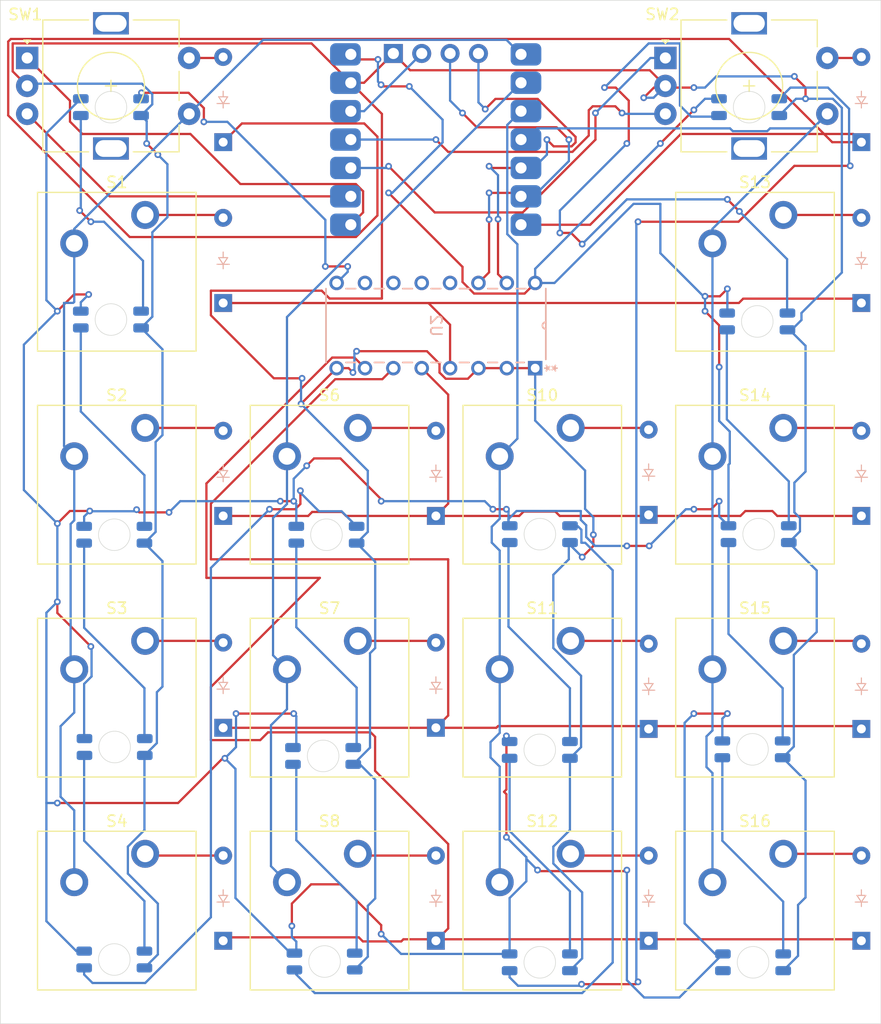
<source format=kicad_pcb>
(kicad_pcb (version 20240108) (generator "pcbnew") (generator_version "8.0")
  (layers (0 "F.Cu" signal) (31 "B.Cu" signal) (34 "B.Paste" user) (35 "F.Paste" user) (36 "B.SilkS" user "B.Silkscreen") (37 "F.SilkS" user "F.Silkscreen") (38 "B.Mask" user) (39 "F.Mask" user) (44 "Edge.Cuts" user))
  (net 0 "")
  (net 1 "GND")
  (net 2 "RGB")
  (net 3 "E1SA")
  (net 4 "Row -1")
  (net 5 "Row 0")
  (net 6 "Net-(D3-A)")
  (net 7 "Row 1")
  (net 8 "Net-(D4-A)")
  (net 9 "Net-(D5-A)")
  (net 10 "Row 2")
  (net 11 "Row 3")
  (net 12 "Net-(D6-A)")
  (net 13 "Net-(D8-A)")
  (net 14 "Net-(D9-A)")
  (net 15 "Net-(D10-A)")
  (net 16 "Net-(D12-A)")
  (net 17 "Net-(D13-A)")
  (net 18 "Net-(D14-A)")
  (net 19 "E2SA")
  (net 20 "Net-(D16-A)")
  (net 21 "Net-(D17-A)")
  (net 22 "Net-(D18-A)")
  (net 23 "Net-(D19-A)")
  (net 24 "Net-(J1-SDA)")
  (net 25 "Net-(J1-SCL)")
  (net 26 "+3V3")
  (net 27 "Column 0")
  (net 28 "Column 1")
  (net 29 "Column 2")
  (net 30 "Column 3")
  (net 31 "E1B")
  (net 32 "E1A")
  (net 33 "E2B")
  (net 34 "E2A")
  (net 39 "+5V")
  (net 40 "Net-(D1-DOUT)")
  (net 41 "Net-(D11-DIN)")
  (net 42 "Net-(D11-DOUT)")
  (net 43 "Net-(D20-DOUT)")
  (net 44 "Net-(D21-DOUT)")
  (net 45 "Net-(D22-DOUT)")
  (net 46 "Net-(D23-DOUT)")
  (net 47 "Net-(D24-DOUT)")
  (net 48 "Net-(D25-DOUT)")
  (net 49 "Net-(D26-DOUT)")
  (net 50 "Net-(D27-DOUT)")
  (net 51 "Net-(D28-DOUT)")
  (net 52 "Net-(D29-DOUT)")
  (net 53 "Net-(D30-DOUT)")
  (net 54 "Net-(D31-DOUT)")
  (footprint "ScottoKeebs_MX:MX_PCB_1.00u" (layer "F.Cu") (at 80.645 95.885)
    (property "Reference" "S2")
    (property "Value" "Keyswitch")
  )
  (footprint "ScottoKeebs_MX:MX_PCB_1.00u" (layer "F.Cu") (at 137.795 95.885)
    (property "Reference" "S14")
    (property "Value" "Keyswitch")
  )
  (footprint "Rotary_Encoder:RotaryEncoder_Alps_EC11E-Switch_Vertical_H20mm" (layer "F.Cu") (at 72.62 57.71)
    (property "Reference" "SW1")
    (property "Value" "RotaryEncoder_Switch")
  )
  (footprint "ScottoKeebs_MX:MX_PCB_1.00u" (layer "F.Cu") (at 137.795 76.835)
    (property "Reference" "S13")
    (property "Value" "Keyswitch")
  )
  (footprint "ScottoKeebs_MX:MX_PCB_1.00u" (layer "F.Cu") (at 99.695 133.985)
    (property "Reference" "S8")
    (property "Value" "Keyswitch")
  )
  (footprint "ScottoKeebs_MX:MX_PCB_1.00u" (layer "F.Cu") (at 80.645 133.985)
    (property "Reference" "S4")
    (property "Value" "Keyswitch")
  )
  (footprint "ScottoKeebs_MX:MX_PCB_1.00u" (layer "F.Cu") (at 99.695 114.935)
    (property "Reference" "S7")
    (property "Value" "Keyswitch")
  )
  (footprint "ScottoKeebs_MX:MX_PCB_1.00u" (layer "F.Cu") (at 137.795 133.985)
    (property "Reference" "S16")
    (property "Value" "Keyswitch")
  )
  (footprint "Rotary_Encoder:RotaryEncoder_Alps_EC11E-Switch_Vertical_H20mm" (layer "F.Cu") (at 129.77 57.71)
    (property "Reference" "SW2")
    (property "Value" "RotaryEncoder_Switch")
  )
  (footprint "ScottoKeebs_MX:MX_PCB_1.00u" (layer "F.Cu") (at 80.645 114.935)
    (property "Reference" "S3")
    (property "Value" "Keyswitch")
  )
  (footprint "ScottoKeebs_MX:MX_PCB_1.00u" (layer "F.Cu") (at 118.745 114.935)
    (property "Reference" "S11")
    (property "Value" "Keyswitch")
  )
  (footprint "ScottoKeebs_MX:MX_PCB_1.00u" (layer "F.Cu") (at 118.745 95.885)
    (property "Reference" "S10")
    (property "Value" "Keyswitch")
  )
  (footprint "ScottoKeebs_Components:OLED_128x64" (layer "F.Cu") (at 109.22 57.30875)
    (property "Reference" "J1" (hide yes))
    (property "Value" "OLED_128x64" (hide yes))
  )
  (footprint "ScottoKeebs_MX:MX_PCB_1.00u" (layer "F.Cu") (at 80.645 76.835)
    (property "Reference" "S1")
    (property "Value" "Keyswitch")
  )
  (footprint "ScottoKeebs_MX:MX_PCB_1.00u" (layer "F.Cu") (at 118.745 133.985)
    (property "Reference" "S12")
    (property "Value" "Keyswitch")
  )
  (footprint "ScottoKeebs_MX:MX_PCB_1.00u" (layer "F.Cu") (at 99.695 95.885)
    (property "Reference" "S6")
    (property "Value" "Keyswitch")
  )
  (footprint "ScottoKeebs_MX:MX_PCB_1.00u" (layer "F.Cu") (at 137.795 114.935)
    (property "Reference" "S15")
    (property "Value" "Keyswitch")
  )
  (footprint "ScottoKeebs_MCU:Seeed_XIAO_RP2040" (layer "B.Cu") (at 109.22 65.01 180)
    (property "Reference" "U1" (hide yes))
    (property "Value" "MCU_Seeed_XIAO_RP2040")
  )
  (footprint "ScottoKeebs_Components:LED_SK6812MINI" (layer "B.Cu") (at 138.12 100.31 180)
    (property "Reference" "D30" (hide yes))
    (property "Value" "LED_SK6812MINI" (hide yes))
    (fp_circle (center 0 0) (end 1 -1) (stroke (width 0.05)) (fill none) (layer "Edge.Cuts"))
  )
  (footprint "ScottoKeebs_Components:LED_SK6812MINI" (layer "B.Cu") (at 137.62 138.61 180)
    (property "Reference" "D32" (hide yes))
    (property "Value" "LED_SK6812MINI" (hide yes))
    (fp_circle (center 0 0) (end 1 -1) (stroke (width 0.05)) (fill none) (layer "Edge.Cuts"))
  )
  (footprint "ScottoKeebs_Components:LED_SK6812MINI" (layer "B.Cu") (at 99.42 100.36 180)
    (property "Reference" "D22" (hide yes))
    (property "Value" "LED_SK6812MINI" (hide yes))
    (fp_circle (center 0 0) (end 1 -1) (stroke (width 0.05)) (fill none) (layer "Edge.Cuts"))
  )
  (footprint "ScottoKeebs_Components:Diode_DO-35" (layer "B.Cu") (at 90.17 98.68 90)
    (property "Reference" "D4" (hide yes))
    (property "Value" "Diode" (hide yes))
  )
  (footprint "ScottoKeebs_Components:Diode_DO-35" (layer "B.Cu") (at 90.17 79.63 90)
    (property "Reference" "D3" (hide yes))
    (property "Value" "Diode" (hide yes))
  )
  (footprint "ScottoKeebs_Components:LED_SK6812MINI" (layer "B.Cu") (at 138 81.28 180)
    (property "Reference" "D29" (hide yes))
    (property "Value" "LED_SK6812MINI" (hide yes))
    (fp_circle (center 0 0) (end 1 -1) (stroke (width 0.05)) (fill none) (layer "Edge.Cuts"))
  )
  (footprint "ScottoKeebs_Components:Diode_DO-35" (layer "B.Cu") (at 147.32 65.245 90)
    (property "Reference" "D15" (hide yes))
    (property "Value" "Diode" (hide yes))
  )
  (footprint "ScottoKeebs_Components:LED_SK6812MINI" (layer "B.Cu") (at 80.45 119.35 180)
    (property "Reference" "D20" (hide yes))
    (property "Value" "LED_SK6812MINI" (hide yes))
    (fp_circle (center 0 0) (end 1 -1) (stroke (width 0.05)) (fill none) (layer "Edge.Cuts"))
  )
  (footprint "ScottoKeebs_Components:LED_SK6812MINI" (layer "B.Cu") (at 80.42 138.36 180)
    (property "Reference" "D21" (hide yes))
    (property "Value" "LED_SK6812MINI" (hide yes))
    (fp_circle (center 0 0) (end 1 -1) (stroke (width 0.05)) (fill none) (layer "Edge.Cuts"))
  )
  (footprint "ScottoKeebs_Components:Diode_DO-35" (layer "B.Cu") (at 109.22 98.68 90)
    (property "Reference" "D8" (hide yes))
    (property "Value" "Diode" (hide yes))
  )
  (footprint "ScottoKeebs_Components:LED_SK6812MINI" (layer "B.Cu") (at 80.12 81.11 180)
    (property "Reference" "D7" (hide yes))
    (property "Value" "LED_SK6812MINI" (hide yes))
    (fp_circle (center 0 0) (end 1 -1) (stroke (width 0.05)) (fill none) (layer "Edge.Cuts"))
  )
  (footprint "ScottoKeebs_Components:Diode_DO-35" (layer "B.Cu") (at 147.32 136.6825 90)
    (property "Reference" "D19" (hide yes))
    (property "Value" "Diode" (hide yes))
  )
  (footprint "ScottoKeebs_Components:LED_SK6812MINI" (layer "B.Cu") (at 80.42 100.36 180)
    (property "Reference" "D11" (hide yes))
    (property "Value" "LED_SK6812MINI" (hide yes))
    (fp_circle (center 0 0) (end 1 -1) (stroke (width 0.05)) (fill none) (layer "Edge.Cuts"))
  )
  (footprint "ScottoKeebs_Components:Diode_DO-35" (layer "B.Cu") (at 147.32 117.73 90)
    (property "Reference" "D18" (hide yes))
    (property "Value" "Diode" (hide yes))
  )
  (footprint "ScottoKeebs_Components:LED_SK6812MINI" (layer "B.Cu") (at 80.12 62.11 180)
    (property "Reference" "D1" (hide yes))
    (property "Value" "LED_SK6812MINI" (hide yes))
    (fp_circle (center 0 0) (end 1 -1) (stroke (width 0.05)) (fill none) (layer "Edge.Cuts"))
  )
  (footprint "ScottoKeebs_Components:Diode_DO-35" (layer "B.Cu") (at 109.22 136.6825 90)
    (property "Reference" "D10" (hide yes))
    (property "Value" "Diode" (hide yes))
  )
  (footprint "ScottoKeebs_Components:LED_SK6812MINI" (layer "B.Cu") (at 137.27 62.11 180)
    (property "Reference" "D28" (hide yes))
    (property "Value" "LED_SK6812MINI" (hide yes))
    (fp_circle (center 0 0) (end 1 -1) (stroke (width 0.05)) (fill none) (layer "Edge.Cuts"))
  )
  (footprint "ScottoKeebs_Components:Diode_DO-35" (layer "B.Cu") (at 147.32 98.68 90)
    (property "Reference" "D17" (hide yes))
    (property "Value" "Diode" (hide yes))
  )
  (footprint "ScottoKeebs_Components:LED_SK6812MINI" (layer "B.Cu") (at 118.52 138.61 180)
    (property "Reference" "D27" (hide yes))
    (property "Value" "LED_SK6812MINI" (hide yes))
    (fp_circle (center 0 0) (end 1 -1) (stroke (width 0.05)) (fill none) (layer "Edge.Cuts"))
  )
  (footprint "ScottoKeebs_Components:Diode_DO-35" (layer "B.Cu") (at 90.17 65.245 90)
    (property "Reference" "D2" (hide yes))
    (property "Value" "Diode" (hide yes))
  )
  (footprint "ScottoKeebs_Components:LED_SK6812MINI" (layer "B.Cu") (at 99.12 120.15 180)
    (property "Reference" "D23" (hide yes))
    (property "Value" "LED_SK6812MINI" (hide yes))
    (fp_circle (center 0 0) (end 1 -1) (stroke (width 0.05)) (fill none) (layer "Edge.Cuts"))
  )
  (footprint "ScottoKeebs_Components:Diode_DO-35" (layer "B.Cu") (at 128.27 117.73 90)
    (property "Reference" "D13" (hide yes))
    (property "Value" "Diode" (hide yes))
  )
  (footprint "ScottoKeebs_Components:Diode_DO-35" (layer "B.Cu") (at 128.27 136.6825 90)
    (property "Reference" "D14" (hide yes))
    (property "Value" "Diode" (hide yes))
  )
  (footprint "ScottoKeebs_Components:Diode_DO-35" (layer "B.Cu") (at 109.22 117.6325 90)
    (property "Reference" "D9" (hide yes))
    (property "Value" "Diode" (hide yes))
  )
  (footprint "ScottoKeebs_Components:LED_SK6812MINI" (layer "B.Cu") (at 99.25 138.54 180)
    (property "Reference" "D24" (hide yes))
    (property "Value" "LED_SK6812MINI" (hide yes))
    (fp_circle (center 0 0) (end 1 -1) (stroke (width 0.05)) (fill none) (layer "Edge.Cuts"))
  )
  (footprint "ScottoKeebs_Components:Diode_DO-35" (layer "B.Cu") (at 90.17 117.6325 90)
    (property "Reference" "D5" (hide yes))
    (property "Value" "Diode" (hide yes))
  )
  (footprint "ScottoKeebs_Components:Diode_DO-35" (layer "B.Cu") (at 128.27 98.5825 90)
    (property "Reference" "D12" (hide yes))
    (property "Value" "Diode" (hide yes))
  )
  (footprint "ScottoKeebs_Components:Diode_DO-35" (layer "B.Cu") (at 147.32 79.63 90)
    (property "Reference" "D16" (hide yes))
    (property "Value" "Diode" (hide yes))
  )
  (footprint "ScottoKeebs_Components:Diode_DO-35" (layer "B.Cu") (at 90.17 136.6825 90)
    (property "Reference" "D6" (hide yes))
    (property "Value" "Diode" (hide yes))
  )
  (footprint "ScottoKeebs_Components:LED_SK6812MINI" (layer "B.Cu") (at 118.53 100.31 180)
    (property "Reference" "D25" (hide yes))
    (property "Value" "LED_SK6812MINI" (hide yes))
    (fp_circle (center 0 0) (end 1 -1) (stroke (width 0.05)) (fill none) (layer "Edge.Cuts"))
  )
  (footprint "ScottoKeebs_Components:LED_SK6812MINI" (layer "B.Cu") (at 137.57 119.56 180)
    (property "Reference" "D31" (hide yes))
    (property "Value" "LED_SK6812MINI" (hide yes))
    (fp_circle (center 0 0) (end 1 -1) (stroke (width 0.05)) (fill none) (layer "Edge.Cuts"))
  )
  (footprint "pcf:N16" (layer "B.Cu") (at 100.33 77.8383 90)
    (property "Reference" "U2")
    (property "Value" "PCF8574A")
  )
  (footprint "ScottoKeebs_Components:LED_SK6812MINI" (layer "B.Cu") (at 118.52 119.61 180)
    (property "Reference" "D26" (hide yes))
    (property "Value" "LED_SK6812MINI" (hide yes))
    (fp_circle (center 0 0) (end 1 -1) (stroke (width 0.05)) (fill none) (layer "Edge.Cuts"))
  )
  (gr_rect (start 70.21 52.55) (end 149.07 144.1) (stroke (width 0.05)) (fill none) (layer "Edge.Cuts"))
  (segment (start 94.706635 86.366635) (end 97.232885 86.366635) (width 0.2) (layer "F.Cu") (net 1))
  (segment (start 104.38375 79.23) (end 99.695 79.23) (width 0.2) (layer "F.Cu") (net 1))
  (segment (start 97.143235 88.645065) (end 100.33 85.4583) (width 0.2) (layer "F.Cu") (net 1))
  (segment (start 115.57 85.4583) (end 118.11 85.4583) (width 0.2) (layer "F.Cu") (net 1))
  (segment (start 84.32 66.36) (end 83.32 65.36) (width 0.2) (layer "F.Cu") (net 1))
  (segment (start 89.07 80.73) (end 94.706635 86.366635) (width 0.2) (layer "F.Cu") (net 1))
  (segment (start 109.5423 85.850851) (end 110.097449 86.406) (width 0.2) (layer "F.Cu") (net 1))
  (segment (start 128.74 60.36) (end 132.32 60.36) (width 0.2) (layer "F.Cu") (net 1))
  (segment (start 101.6 59.93) (end 102.78875 59.93) (width 0.2) (layer "F.Cu") (net 1))
  (segment (start 72.62 60.21) (end 71.32 58.91) (width 0.2) (layer "F.Cu") (net 1))
  (segment (start 112.0823 86.406) (end 113.03 85.4583) (width 0.2) (layer "F.Cu") (net 1))
  (segment (start 110.097449 86.406) (end 112.0823 86.406) (width 0.2) (layer "F.Cu") (net 1))
  (segment (start 97.143235 88.658235) (end 97.143235 88.645065) (width 0.2) (layer "F.Cu") (net 1))
  (segment (start 101.401103 85.4583) (end 101.790304 85.847501) (width 0.2) (layer "F.Cu") (net 1))
  (segment (start 89.07 78.53) (end 89.07 80.73) (width 0.2) (layer "F.Cu") (net 1))
  (segment (start 98.08 56.41) (end 101.6 59.93) (width 0.2) (layer "F.Cu") (net 1))
  (segment (start 101.6 59.93) (end 104.38375 62.71375) (width 0.2) (layer "F.Cu") (net 1))
  (segment (start 106.91125 58.81) (end 128.37 58.81) (width 0.2) (layer "F.Cu") (net 1))
  (segment (start 108.420213 83.943662) (end 109.5423 85.065749) (width 0.2) (layer "F.Cu") (net 1))
  (segment (start 122.32 102.36) (end 123.32 101.36) (width 0.2) (layer "F.Cu") (net 1))
  (segment (start 109.5423 85.065749) (end 109.5423 85.850851) (width 0.2) (layer "F.Cu") (net 1))
  (segment (start 102.78875 59.93) (end 105.41 57.30875) (width 0.2) (layer "F.Cu") (net 1))
  (segment (start 99.695 79.23) (end 98.995 78.53) (width 0.2) (layer "F.Cu") (net 1))
  (segment (start 142.32 60.36) (end 142.32 61.36) (width 0.2) (layer "F.Cu") (net 1))
  (segment (start 71.32 56.41) (end 98.08 56.41) (width 0.2) (layer "F.Cu") (net 1))
  (segment (start 102.118722 83.943662) (end 108.420213 83.943662) (width 0.2) (layer "F.Cu") (net 1))
  (segment (start 98.995 78.53) (end 89.07 78.53) (width 0.2) (layer "F.Cu") (net 1))
  (segment (start 128.37 58.81) (end 129.77 60.21) (width 0.2) (layer "F.Cu") (net 1))
  (segment (start 127.83 61.27) (end 128.74 60.36) (width 0.2) (layer "F.Cu") (net 1))
  (segment (start 141.32 59.36) (end 142.32 60.36) (width 0.2) (layer "F.Cu") (net 1))
  (segment (start 100.33 85.4583) (end 101.401103 85.4583) (width 0.2) (layer "F.Cu") (net 1))
  (segment (start 113.03 85.4583) (end 115.57 85.4583) (width 0.2) (layer "F.Cu") (net 1))
  (segment (start 104.38375 62.71375) (end 104.38375 79.23) (width 0.2) (layer "F.Cu") (net 1))
  (segment (start 71.32 58.91) (end 71.32 56.41) (width 0.2) (layer "F.Cu") (net 1))
  (segment (start 105.41 57.30875) (end 106.91125 58.81) (width 0.2) (layer "F.Cu") (net 1))
  (segment (start 123.32 101.36) (end 123.32 100.36) (width 0.2) (layer "F.Cu") (net 1))
  (via (at 127.83 61.27) (size 0.6) (drill 0.3) (layers "F.Cu" "B.Cu") (net 1))
  (via (at 141.32 59.36) (size 0.6) (drill 0.3) (layers "F.Cu" "B.Cu") (net 1))
  (via (at 123.32 100.36) (size 0.6) (drill 0.3) (layers "F.Cu" "B.Cu") (net 1))
  (via (at 122.32 102.36) (size 0.6) (drill 0.3) (layers "F.Cu" "B.Cu") (net 1))
  (via (at 142.32 61.36) (size 0.6) (drill 0.3) (layers "F.Cu" "B.Cu") (net 1))
  (via (at 97.143235 88.658235) (size 0.6) (drill 0.3) (layers "F.Cu" "B.Cu") (net 1))
  (via (at 101.790304 85.847501) (size 0.6) (drill 0.3) (layers "F.Cu" "B.Cu") (net 1))
  (via (at 84.32 66.36) (size 0.6) (drill 0.3) (layers "F.Cu" "B.Cu") (net 1))
  (via (at 97.232885 86.366635) (size 0.6) (drill 0.3) (layers "F.Cu" "B.Cu") (net 1))
  (via (at 102.118722 83.943662) (size 0.6) (drill 0.3) (layers "F.Cu" "B.Cu") (net 1))
  (via (at 132.32 60.36) (size 0.6) (drill 0.3) (layers "F.Cu" "B.Cu") (net 1))
  (via (at 83.32 65.36) (size 0.6) (drill 0.3) (layers "F.Cu" "B.Cu") (net 1))
  (segment (start 141.82 100.06) (end 141.82 98.86) (width 0.2) (layer "B.Cu") (net 1))
  (segment (start 84.32 133.36) (end 84.32 137.91) (width 0.2) (layer "B.Cu") (net 1))
  (segment (start 132.32 60.36) (end 133.32 60.36) (width 0.2) (layer "B.Cu") (net 1))
  (segment (start 84.12 100.11) (end 84.12 92.062032) (width 0.2) (layer "B.Cu") (net 1))
  (segment (start 83.12 101.11) (end 84.735 102.725) (width 0.2) (layer "B.Cu") (net 1))
  (segment (start 123.32 98.794315) (end 122.58 98.054315) (width 0.2) (layer "B.Cu") (net 1))
  (segment (start 83.12 101.11) (end 84.12 100.11) (width 0.2) (layer "B.Cu") (net 1))
  (segment (start 121.22 126.777968) (end 119.735 128.262968) (width 0.2) (layer "B.Cu") (net 1))
  (segment (start 84.23 114.45) (end 84.23 119) (width 0.2) (layer "B.Cu") (net 1))
  (segment (start 101.9223 84.140084) (end 102.118722 83.943662) (width 0.2) (layer "B.Cu") (net 1))
  (segment (start 118.11 90.15) (end 118.11 85.4583) (width 0.2) (layer "B.Cu") (net 1))
  (segment (start 122.58 98.054315) (end 122.58 94.62) (width 0.2) (layer "B.Cu") (net 1))
  (segment (start 81.635 128.262968) (end 81.635 130.675) (width 0.2) (layer "B.Cu") (net 1))
  (segment (start 141.27 119.31) (end 141.27 111.112032) (width 0.2) (layer "B.Cu") (net 1))
  (segment (start 140.27 120.31) (end 141.27 119.31) (width 0.2) (layer "B.Cu") (net 1))
  (segment (start 103.12 100.11) (end 103.12 94.635) (width 0.2) (layer "B.Cu") (net 1))
  (segment (start 121.12 102.56) (end 121.12 101.11) (width 0.2) (layer "B.Cu") (net 1))
  (segment (start 121.12 101.11) (end 121.12 101.16) (width 0.2) (layer "B.Cu") (net 1))
  (segment (start 128.71 61.27) (end 129.77 60.21) (width 0.2) (layer "B.Cu") (net 1))
  (segment (start 83.32 63.36) (end 82.82 62.86) (width 0.2) (layer "B.Cu") (net 1))
  (segment (start 141.27 111.112032) (end 143.32 109.062032) (width 0.2) (layer "B.Cu") (net 1))
  (segment (start 123.32 100.36) (end 123.32 98.794315) (width 0.2) (layer "B.Cu") (net 1))
  (segment (start 83.827032 73.305) (end 85.177843 71.954189) (width 0.2) (layer "B.Cu") (net 1))
  (segment (start 83.82 60.940142) (end 82.889858 60.01) (width 0.2) (layer "B.Cu") (net 1))
  (segment (start 72.82 60.01) (end 72.62 60.21) (width 0.2) (layer "B.Cu") (net 1))
  (segment (start 121.12 101.16) (end 122.32 102.36) (width 0.2) (layer "B.Cu") (net 1))
  (segment (start 97.143235 86.456285) (end 97.143235 88.658235) (width 0.2) (layer "B.Cu") (net 1))
  (segment (start 83.82 61.86) (end 83.82 60.940142) (width 0.2) (layer "B.Cu") (net 1))
  (segment (start 97.232885 86.366635) (end 97.143235 86.456285) (width 0.2) (layer "B.Cu") (net 1))
  (segment (start 119.735 128.262968) (end 119.735 129.775) (width 0.2) (layer "B.Cu") (net 1))
  (segment (start 103.12 138.11) (end 102.12 139.11) (width 0.2) (layer "B.Cu") (net 1))
  (segment (start 141.32 95.707588) (end 142.32 94.707588) (width 0.2) (layer "B.Cu") (net 1))
  (segment (start 84.735 113.945) (end 84.23 114.45) (width 0.2) (layer "B.Cu") (net 1))
  (segment (start 81.635 130.675) (end 84.32 133.36) (width 0.2) (layer "B.Cu") (net 1))
  (segment (start 82.889858 60.01) (end 72.82 60.01) (width 0.2) (layer "B.Cu") (net 1))
  (segment (start 141.82 98.86) (end 141.32 98.36) (width 0.2) (layer "B.Cu") (net 1))
  (segment (start 103.32 119.41) (end 103.32 110.962032) (width 0.2) (layer "B.Cu") (net 1))
  (segment (start 103.785 132.895) (end 103.12 133.56) (width 0.2) (layer "B.Cu") (net 1))
  (segment (start 83.827032 80.852968) (end 83.827032 73.305) (width 0.2) (layer "B.Cu") (net 1))
  (segment (start 119.735 103.945) (end 121.12 102.56) (width 0.2) (layer "B.Cu") (net 1))
  (segment (start 134.32 59.36) (end 141.32 59.36) (width 0.2) (layer "B.Cu") (net 1))
  (segment (start 121.22 120.36) (end 122.22 119.36) (width 0.2) (layer "B.Cu") (net 1))
  (segment (start 122.32 132.36) (end 122.32 138.26) (width 0.2) (layer "B.Cu") (net 1))
  (segment (start 82.82 62.86) (end 83.82 61.86) (width 0.2) (layer "B.Cu") (net 1))
  (segment (start 122.58 94.62) (end 118.11 90.15) (width 0.2) (layer "B.Cu") (net 1))
  (segment (start 103.785 110.497032) (end 103.785 102.775) (width 0.2) (layer "B.Cu") (net 1))
  (segment (start 141.65 133.477588) (end 142.32 132.807588) (width 0.2) (layer "B.Cu") (net 1))
  (segment (start 140.985 82.125) (end 141.955 81.155) (width 0.2) (layer "B.Cu") (net 1))
  (segment (start 122.22 119.36) (end 122.22 112.982032) (width 0.2) (layer "B.Cu") (net 1))
  (segment (start 102.12 120.61) (end 103.32 119.41) (width 0.2) (layer "B.Cu") (net 1))
  (segment (start 119.735 129.775) (end 122.32 132.36) (width 0.2) (layer "B.Cu") (net 1))
  (segment (start 83.12 126.777968) (end 81.635 128.262968) (width 0.2) (layer "B.Cu") (net 1))
  (segment (start 142.32 61.36) (end 141.47 61.36) (width 0.2) (layer "B.Cu") (net 1))
  (segment (start 122.32 138.26) (end 121.22 139.36) (width 0.2) (layer "B.Cu") (net 1))
  (segment (start 142.32 83.46) (end 140.985 82.125) (width 0.2) (layer "B.Cu") (net 1))
  (segment (start 84.735 83.775) (end 82.82 81.86) (width 0.2) (layer "B.Cu") (net 1))
  (segment (start 141.955 81.155) (end 141.955 80.525) (width 0.2) (layer "B.Cu") (net 1))
  (segment (start 140.32 139.36) (end 141.65 138.03) (width 0.2) (layer "B.Cu") (net 1))
  (segment (start 127.83 61.27) (end 128.71 61.27) (width 0.2) (layer "B.Cu") (net 1))
  (segment (start 121.22 120.36) (end 121.22 126.777968) (width 0.2) (layer "B.Cu") (net 1))
  (segment (start 83.32 65.36) (end 83.32 63.36) (width 0.2) (layer "B.Cu") (net 1))
  (segment (start 85.177843 71.954189) (end 85.177843 67.217843) (width 0.2) (layer "B.Cu") (net 1))
  (segment (start 84.32 137.91) (end 83.12 139.11) (width 0.2) (layer "B.Cu") (net 1))
  (segment (start 103.12 94.635) (end 97.143235 88.658235) (width 0.2) (layer "B.Cu") (net 1))
  (segment (start 143.32 103.56) (end 140.82 101.06) (width 0.2) (layer "B.Cu") (net 1))
  (segment (start 122.22 112.982032) (end 119.735 110.497032) (width 0.2) (layer "B.Cu") (net 1))
  (segment (start 84.735 91.447032) (end 84.735 83.775) (width 0.2) (layer "B.Cu") (net 1))
  (segment (start 101.9223 85.715505) (end 101.9223 84.140084) (width 0.2) (layer "B.Cu") (net 1))
  (segment (start 133.32 60.36) (end 134.32 59.36) (width 0.2) (layer "B.Cu") (net 1))
  (segment (start 84.735 102.725) (end 84.735 113.945) (width 0.2) (layer "B.Cu") (net 1))
  (segment (start 145.57 62.171522) (end 144.758478 61.36) (width 0.2) (layer "B.Cu") (net 1))
  (segment (start 141.65 138.03) (end 141.65 133.477588) (width 0.2) (layer "B.Cu") (net 1))
  (segment (start 103.785 102.775) (end 102.12 101.11) (width 0.2) (layer "B.Cu") (net 1))
  (segment (start 141.32 98.36) (end 141.32 95.707588) (width 0.2) (layer "B.Cu") (net 1))
  (segment (start 103.785 122.275) (end 103.785 132.895) (width 0.2) (layer "B.Cu") (net 1))
  (segment (start 101.790304 85.847501) (end 101.9223 85.715505) (width 0.2) (layer "B.Cu") (net 1))
  (segment (start 119.735 110.497032) (end 119.735 103.945) (width 0.2) (layer "B.Cu") (net 1))
  (segment (start 142.32 94.707588) (end 142.32 83.46) (width 0.2) (layer "B.Cu") (net 1))
  (segment (start 102.12 120.61) (end 103.785 122.275) (width 0.2) (layer "B.Cu") (net 1))
  (segment (start 82.82 81.86) (end 83.827032 80.852968) (width 0.2) (layer "B.Cu") (net 1))
  (segment (start 143.32 109.062032) (end 143.32 103.56) (width 0.2) (layer "B.Cu") (net 1))
  (segment (start 103.12 133.56) (end 103.12 138.11) (width 0.2) (layer "B.Cu") (net 1))
  (segment (start 141.955 80.525) (end 145.57 76.91) (width 0.2) (layer "B.Cu") (net 1))
  (segment (start 144.758478 61.36) (end 142.32 61.36) (width 0.2) (layer "B.Cu") (net 1))
  (segment (start 102.12 101.11) (end 103.12 100.11) (width 0.2) (layer "B.Cu") (net 1))
  (segment (start 142.32 122.36) (end 140.27 120.31) (width 0.2) (layer "B.Cu") (net 1))
  (segment (start 103.32 110.962032) (end 103.785 110.497032) (width 0.2) (layer "B.Cu") (net 1))
  (segment (start 145.57 76.91) (end 145.57 62.171522) (width 0.2) (layer "B.Cu") (net 1))
  (segment (start 83.12 120.11) (end 83.12 126.777968) (width 0.2) (layer "B.Cu") (net 1))
  (segment (start 84.23 119) (end 83.12 120.11) (width 0.2) (layer "B.Cu") (net 1))
  (segment (start 142.32 132.807588) (end 142.32 122.36) (width 0.2) (layer "B.Cu") (net 1))
  (segment (start 85.177843 67.217843) (end 84.32 66.36) (width 0.2) (layer "B.Cu") (net 1))
  (segment (start 84.12 92.062032) (end 84.735 91.447032) (width 0.2) (layer "B.Cu") (net 1))
  (segment (start 140.82 101.06) (end 141.82 100.06) (width 0.2) (layer "B.Cu") (net 1))
  (segment (start 141.47 61.36) (end 139.97 62.86) (width 0.2) (layer "B.Cu") (net 1))
  (segment (start 82.855664 60.824336) (end 87.072814 60.824336) (width 0.2) (layer "F.Cu") (net 2))
  (segment (start 88.43894 62.190462) (end 88.43894 63.424426) (width 0.2) (layer "F.Cu") (net 2))
  (segment (start 87.072814 60.824336) (end 88.43894 62.190462) (width 0.2) (layer "F.Cu") (net 2))
  (segment (start 99.32 76.36) (end 101.32 76.36) (width 0.2) (layer "F.Cu") (net 2))
  (via (at 88.43894 63.424426) (size 0.6) (drill 0.3) (layers "F.Cu" "B.Cu") (net 2))
  (via (at 99.32 76.36) (size 0.6) (drill 0.3) (layers "F.Cu" "B.Cu") (net 2))
  (via (at 82.855664 60.824336) (size 0.6) (drill 0.3) (layers "F.Cu" "B.Cu") (net 2))
  (via (at 101.32 76.36) (size 0.6) (drill 0.3) (layers "F.Cu" "B.Cu") (net 2))
  (segment (start 90.549426 63.424426) (end 99.32 72.195) (width 0.2) (layer "B.Cu") (net 2))
  (segment (start 101.32 76.8483) (end 100.33 77.8383) (width 0.2) (layer "B.Cu") (net 2))
  (segment (start 99.32 72.195) (end 99.32 76.36) (width 0.2) (layer "B.Cu") (net 2))
  (segment (start 82.82 60.86) (end 82.855664 60.824336) (width 0.2) (layer "B.Cu") (net 2))
  (segment (start 88.43894 63.424426) (end 90.549426 63.424426) (width 0.2) (layer "B.Cu") (net 2))
  (segment (start 82.82 61.36) (end 82.82 60.86) (width 0.2) (layer "B.Cu") (net 2))
  (segment (start 101.32 76.36) (end 101.32 76.8483) (width 0.2) (layer "B.Cu") (net 2))
  (segment (start 90.085 57.71) (end 90.17 57.625) (width 0.2) (layer "F.Cu") (net 3))
  (segment (start 87.12 57.71) (end 90.085 57.71) (width 0.2) (layer "F.Cu") (net 3))
  (segment (start 103.98375 64.749436) (end 103.98375 71.801885) (width 0.2) (layer "F.Cu") (net 4))
  (segment (start 146.585 64.51) (end 147.32 65.245) (width 0.2) (layer "F.Cu") (net 4))
  (segment (start 102.055635 73.73) (end 81.801522 73.73) (width 0.2) (layer "F.Cu") (net 4))
  (segment (start 144.71 65.245) (end 147.32 65.245) (width 0.2) (layer "F.Cu") (net 4))
  (segment (start 123.0375 72.63) (end 131.1575 64.51) (width 0.2) (layer "F.Cu") (net 4))
  (segment (start 90.17 65.245) (end 91.845 63.57) (width 0.2) (layer "F.Cu") (net 4))
  (segment (start 81.801522 73.73) (end 70.92 62.848478) (width 0.2) (layer "F.Cu") (net 4))
  (segment (start 91.845 63.57) (end 102.804314 63.57) (width 0.2) (layer "F.Cu") (net 4))
  (segment (start 135.475 56.01) (end 144.71 65.245) (width 0.2) (layer "F.Cu") (net 4))
  (segment (start 102.804314 63.57) (end 103.98375 64.749436) (width 0.2) (layer "F.Cu") (net 4))
  (segment (start 70.92 62.848478) (end 70.92 56.244315) (width 0.2) (layer "F.Cu") (net 4))
  (segment (start 70.92 56.244315) (end 71.154315 56.01) (width 0.2) (layer "F.Cu") (net 4))
  (segment (start 116.84 72.63) (end 123.0375 72.63) (width 0.2) (layer "F.Cu") (net 4))
  (segment (start 71.154315 56.01) (end 135.475 56.01) (width 0.2) (layer "F.Cu") (net 4))
  (segment (start 103.98375 71.801885) (end 102.055635 73.73) (width 0.2) (layer "F.Cu") (net 4))
  (segment (start 131.1575 64.51) (end 146.585 64.51) (width 0.2) (layer "F.Cu") (net 4))
  (segment (start 136.74 79.24) (end 146.93 79.24) (width 0.2) (layer "F.Cu") (net 5))
  (segment (start 110.49 81.578049) (end 110.49 85.4583) (width 0.2) (layer "F.Cu") (net 5))
  (segment (start 146.93 79.24) (end 147.32 79.63) (width 0.2) (layer "F.Cu") (net 5))
  (segment (start 136.35 79.63) (end 136.74 79.24) (width 0.2) (layer "F.Cu") (net 5))
  (segment (start 90.17 79.63) (end 136.35 79.63) (width 0.2) (layer "F.Cu") (net 5))
  (segment (start 108.541951 79.63) (end 110.49 81.578049) (width 0.2) (layer "F.Cu") (net 5))
  (segment (start 90.17 79.63) (end 108.541951 79.63) (width 0.2) (layer "F.Cu") (net 5))
  (segment (start 83.185 71.755) (end 89.915 71.755) (width 0.2) (layer "F.Cu") (net 6))
  (segment (start 89.915 71.755) (end 90.17 72.01) (width 0.2) (layer "F.Cu") (net 6))
  (segment (start 117.07 98.29) (end 116.68 98.68) (width 0.2) (layer "F.Cu") (net 7))
  (segment (start 136.49 98.68) (end 120.31 98.68) (width 0.2) (layer "F.Cu") (net 7))
  (segment (start 116.68 98.68) (end 101.17 98.68) (width 0.2) (layer "F.Cu") (net 7))
  (segment (start 136.93 98.24) (end 136.49 98.68) (width 0.2) (layer "F.Cu") (net 7))
  (segment (start 120.31 98.68) (end 119.92 98.29) (width 0.2) (layer "F.Cu") (net 7))
  (segment (start 139.35 98.24) (end 136.93 98.24) (width 0.2) (layer "F.Cu") (net 7))
  (segment (start 139.79 98.68) (end 139.35 98.24) (width 0.2) (layer "F.Cu") (net 7))
  (segment (start 119.92 98.29) (end 117.07 98.29) (width 0.2) (layer "F.Cu") (net 7))
  (segment (start 110.32 87.8283) (end 107.95 85.4583) (width 0.2) (layer "F.Cu") (net 7))
  (segment (start 147.32 98.68) (end 139.79 98.68) (width 0.2) (layer "F.Cu") (net 7))
  (segment (start 98.138428 98.321572) (end 97.78 98.68) (width 0.2) (layer "F.Cu") (net 7))
  (segment (start 109.22 98.68) (end 110.32 97.58) (width 0.2) (layer "F.Cu") (net 7))
  (segment (start 97.78 98.68) (end 90.17 98.68) (width 0.2) (layer "F.Cu") (net 7))
  (segment (start 100.811572 98.321572) (end 98.138428 98.321572) (width 0.2) (layer "F.Cu") (net 7))
  (segment (start 101.17 98.68) (end 100.811572 98.321572) (width 0.2) (layer "F.Cu") (net 7))
  (segment (start 110.32 97.58) (end 110.32 87.8283) (width 0.2) (layer "F.Cu") (net 7))
  (segment (start 89.915 90.805) (end 90.17 91.06) (width 0.2) (layer "F.Cu") (net 8))
  (segment (start 83.185 90.805) (end 89.915 90.805) (width 0.2) (layer "F.Cu") (net 8))
  (segment (start 90.0125 109.855) (end 90.17 110.0125) (width 0.2) (layer "F.Cu") (net 9))
  (segment (start 83.185 109.855) (end 90.0125 109.855) (width 0.2) (layer "F.Cu") (net 9))
  (segment (start 147.32 117.73) (end 147.07 117.48) (width 0.2) (layer "F.Cu") (net 10))
  (segment (start 109.22 117.6325) (end 110.32 116.5325) (width 0.2) (layer "F.Cu") (net 10))
  (segment (start 104.4208 86.4475) (end 105.41 85.4583) (width 0.2) (layer "F.Cu") (net 10))
  (segment (start 114.782588 117.48) (end 114.630088 117.6325) (width 0.2) (layer "F.Cu") (net 10))
  (segment (start 114.630088 117.6325) (end 90.17 117.6325) (width 0.2) (layer "F.Cu") (net 10))
  (segment (start 89.07 97.58) (end 100.2025 86.4475) (width 0.2) (layer "F.Cu") (net 10))
  (segment (start 110.32 116.5325) (end 110.32 102.56) (width 0.2) (layer "F.Cu") (net 10))
  (segment (start 100.2025 86.4475) (end 104.4208 86.4475) (width 0.2) (layer "F.Cu") (net 10))
  (segment (start 147.07 117.48) (end 114.782588 117.48) (width 0.2) (layer "F.Cu") (net 10))
  (segment (start 110.32 102.56) (end 89.07 102.56) (width 0.2) (layer "F.Cu") (net 10))
  (segment (start 89.07 102.56) (end 89.07 97.58) (width 0.2) (layer "F.Cu") (net 10))
  (segment (start 106.12 136.74) (end 106.31 136.55) (width 0.2) (layer "F.Cu") (net 11))
  (segment (start 94.1825 118.04) (end 93.49 118.7325) (width 0.2) (layer "F.Cu") (net 11))
  (segment (start 103.775625 118.435625) (end 103.38 118.04) (width 0.2) (layer "F.Cu") (net 11))
  (segment (start 93.49 118.7325) (end 89.07 118.7325) (width 0.2) (layer "F.Cu") (net 11))
  (segment (start 106.31 136.55) (end 147.1875 136.55) (width 0.2) (layer "F.Cu") (net 11))
  (segment (start 89.07 113.98) (end 98.83 104.22) (width 0.2) (layer "F.Cu") (net 11))
  (segment (start 109.22 136.6825) (end 110.32 135.5825) (width 0.2) (layer "F.Cu") (net 11))
  (segment (start 110.32 135.5825) (end 110.32 128.02875) (width 0.2) (layer "F.Cu") (net 11))
  (segment (start 102.3175 136.38) (end 102.6775 136.74) (width 0.2) (layer "F.Cu") (net 11))
  (segment (start 88.67 95.778049) (end 99.937449 84.5106) (width 0.2) (layer "F.Cu") (net 11))
  (segment (start 103.38 118.04) (end 94.1825 118.04) (width 0.2) (layer "F.Cu") (net 11))
  (segment (start 90.17 136.6825) (end 90.4725 136.38) (width 0.2) (layer "F.Cu") (net 11))
  (segment (start 102.6775 136.74) (end 106.12 136.74) (width 0.2) (layer "F.Cu") (net 11))
  (segment (start 147.1875 136.55) (end 147.32 136.6825) (width 0.2) (layer "F.Cu") (net 11))
  (segment (start 101.9223 84.5106) (end 102.87 85.4583) (width 0.2) (layer "F.Cu") (net 11))
  (segment (start 99.937449 84.5106) (end 101.9223 84.5106) (width 0.2) (layer "F.Cu") (net 11))
  (segment (start 103.775625 121.484375) (end 103.775625 118.435625) (width 0.2) (layer "F.Cu") (net 11))
  (segment (start 110.32 128.02875) (end 103.775625 121.484375) (width 0.2) (layer "F.Cu") (net 11))
  (segment (start 89.07 118.7325) (end 89.07 113.98) (width 0.2) (layer "F.Cu") (net 11))
  (segment (start 90.4725 136.38) (end 102.3175 136.38) (width 0.2) (layer "F.Cu") (net 11))
  (segment (start 88.67 104.22) (end 88.67 95.778049) (width 0.2) (layer "F.Cu") (net 11))
  (segment (start 98.83 104.22) (end 88.67 104.22) (width 0.2) (layer "F.Cu") (net 11))
  (segment (start 83.3425 129.0625) (end 83.185 128.905) (width 0.2) (layer "F.Cu") (net 12))
  (segment (start 90.17 129.0625) (end 83.3425 129.0625) (width 0.2) (layer "F.Cu") (net 12))
  (segment (start 108.965 90.805) (end 109.22 91.06) (width 0.2) (layer "F.Cu") (net 13))
  (segment (start 102.235 90.805) (end 108.965 90.805) (width 0.2) (layer "F.Cu") (net 13))
  (segment (start 109.0625 109.855) (end 109.22 110.0125) (width 0.2) (layer "F.Cu") (net 14))
  (segment (start 102.235 109.855) (end 109.0625 109.855) (width 0.2) (layer "F.Cu") (net 14))
  (segment (start 102.3925 129.0625) (end 102.235 128.905) (width 0.2) (layer "F.Cu") (net 15))
  (segment (start 109.22 129.0625) (end 102.3925 129.0625) (width 0.2) (layer "F.Cu") (net 15))
  (segment (start 128.1125 90.805) (end 128.27 90.9625) (width 0.2) (layer "F.Cu") (net 16))
  (segment (start 121.285 90.805) (end 128.1125 90.805) (width 0.2) (layer "F.Cu") (net 16))
  (segment (start 128.015 109.855) (end 128.27 110.11) (width 0.2) (layer "F.Cu") (net 17))
  (segment (start 121.285 109.855) (end 128.015 109.855) (width 0.2) (layer "F.Cu") (net 17))
  (segment (start 128.27 129.0625) (end 121.4425 129.0625) (width 0.2) (layer "F.Cu") (net 18))
  (segment (start 121.4425 129.0625) (end 121.285 128.905) (width 0.2) (layer "F.Cu") (net 18))
  (segment (start 144.27 57.71) (end 147.235 57.71) (width 0.2) (layer "F.Cu") (net 19))
  (segment (start 147.235 57.71) (end 147.32 57.625) (width 0.2) (layer "F.Cu") (net 19))
  (segment (start 147.065 71.755) (end 147.32 72.01) (width 0.2) (layer "F.Cu") (net 20))
  (segment (start 140.335 71.755) (end 147.065 71.755) (width 0.2) (layer "F.Cu") (net 20))
  (segment (start 140.335 90.805) (end 147.065 90.805) (width 0.2) (layer "F.Cu") (net 21))
  (segment (start 147.065 90.805) (end 147.32 91.06) (width 0.2) (layer "F.Cu") (net 21))
  (segment (start 147.065 109.855) (end 147.32 110.11) (width 0.2) (layer "F.Cu") (net 22))
  (segment (start 140.335 109.855) (end 147.065 109.855) (width 0.2) (layer "F.Cu") (net 22))
  (segment (start 140.335 128.905) (end 147.1625 128.905) (width 0.2) (layer "F.Cu") (net 23))
  (segment (start 147.1625 128.905) (end 147.32 129.0625) (width 0.2) (layer "F.Cu") (net 23))
  (segment (start 118.328529 61.37) (end 121.72625 64.767721) (width 0.2) (layer "F.Cu") (net 24))
  (segment (start 114.135 67.55) (end 116.84 67.55) (width 0.2) (layer "F.Cu") (net 24))
  (segment (start 113.634485 62.286985) (end 114.55147 61.37) (width 0.2) (layer "F.Cu") (net 24))
  (segment (start 121.72625 65.264779) (end 121.374779 65.61625) (width 0.2) (layer "F.Cu") (net 24))
  (segment (start 114.78194 77.05024) (end 114.78194 72.13) (width 0.2) (layer "F.Cu") (net 24))
  (segment (start 119.76 65.61625) (end 119.16 65.01625) (width 0.2) (layer "F.Cu") (net 24))
  (segment (start 113.9825 67.3975) (end 114.135 67.55) (width 0.2) (layer "F.Cu") (net 24))
  (segment (start 115.57 77.8383) (end 114.78194 77.05024) (width 0.2) (layer "F.Cu") (net 24))
  (segment (start 121.374779 65.61625) (end 119.76 65.61625) (width 0.2) (layer "F.Cu") (net 24))
  (segment (start 114.55147 61.37) (end 118.328529 61.37) (width 0.2) (layer "F.Cu") (net 24))
  (segment (start 121.72625 64.767721) (end 121.72625 65.264779) (width 0.2) (layer "F.Cu") (net 24))
  (via (at 113.634485 62.286985) (size 0.6) (drill 0.3) (layers "F.Cu" "B.Cu") (net 24))
  (via (at 119.16 65.01625) (size 0.6) (drill 0.3) (layers "F.Cu" "B.Cu") (net 24))
  (via (at 114.78194 72.13) (size 0.6) (drill 0.3) (layers "F.Cu" "B.Cu") (net 24))
  (via (at 113.9825 67.3975) (size 0.6) (drill 0.3) (layers "F.Cu" "B.Cu") (net 24))
  (segment (start 119.16 66.36137) (end 117.97137 67.55) (width 0.2) (layer "B.Cu") (net 24))
  (segment (start 113.03 61.6825) (end 113.634485 62.286985) (width 0.2) (layer "B.Cu") (net 24))
  (segment (start 114.78194 68.19694) (end 113.9825 67.3975) (width 0.2) (layer "B.Cu") (net 24))
  (segment (start 119.16 65.01625) (end 119.16 66.36137) (width 0.2) (layer "B.Cu") (net 24))
  (segment (start 114.78194 72.13) (end 114.78194 68.19694) (width 0.2) (layer "B.Cu") (net 24))
  (segment (start 117.97137 67.55) (end 116.84 67.55) (width 0.2) (layer "B.Cu") (net 24))
  (segment (start 113.03 57.30875) (end 113.03 61.6825) (width 0.2) (layer "B.Cu") (net 24))
  (segment (start 111.60125 62.635) (end 112.87625 63.91) (width 0.2) (layer "F.Cu") (net 25))
  (segment (start 120.02 63.91) (end 121.12625 65.01625) (width 0.2) (layer "F.Cu") (net 25))
  (segment (start 116.52875 69.77875) (end 116.84 70.09) (width 0.2) (layer "F.Cu") (net 25))
  (segment (start 113.9825 76.8858) (end 113.9825 72.16) (width 0.2) (layer "F.Cu") (net 25))
  (segment (start 113.03 77.8383) (end 113.9825 76.8858) (width 0.2) (layer "F.Cu") (net 25))
  (segment (start 113.9825 69.77875) (end 116.52875 69.77875) (width 0.2) (layer "F.Cu") (net 25))
  (segment (start 112.87625 63.91) (end 120.02 63.91) (width 0.2) (layer "F.Cu") (net 25))
  (via (at 111.60125 62.635) (size 0.6) (drill 0.3) (layers "F.Cu" "B.Cu") (net 25))
  (via (at 113.9825 69.77875) (size 0.6) (drill 0.3) (layers "F.Cu" "B.Cu") (net 25))
  (via (at 113.9825 72.16) (size 0.6) (drill 0.3) (layers "F.Cu" "B.Cu") (net 25))
  (via (at 121.12625 65.01625) (size 0.6) (drill 0.3) (layers "F.Cu" "B.Cu") (net 25))
  (segment (start 110.49 61.52375) (end 111.60125 62.635) (width 0.2) (layer "B.Cu") (net 25))
  (segment (start 121.12625 66.93512) (end 117.97137 70.09) (width 0.2) (layer "B.Cu") (net 25))
  (segment (start 121.12625 65.01625) (end 121.12625 66.93512) (width 0.2) (layer "B.Cu") (net 25))
  (segment (start 113.9825 72.16) (end 113.9825 69.77875) (width 0.2) (layer "B.Cu") (net 25))
  (segment (start 110.49 57.30875) (end 110.49 61.52375) (width 0.2) (layer "B.Cu") (net 25))
  (segment (start 117.97137 70.09) (end 116.84 70.09) (width 0.2) (layer "B.Cu") (net 25))
  (segment (start 102.78875 62.47) (end 101.6 62.47) (width 0.2) (layer "B.Cu") (net 26))
  (segment (start 107.95 57.30875) (end 102.78875 62.47) (width 0.2) (layer "B.Cu") (net 26))
  (segment (start 76.835 72.995) (end 76.835 74.295) (width 0.2) (layer "B.Cu") (net 27))
  (segment (start 76.51 99.400142) (end 76.51 112.07) (width 0.2) (layer "B.Cu") (net 27))
  (segment (start 76.835 112.395) (end 76.835 116.265) (width 0.2) (layer "B.Cu") (net 27))
  (segment (start 76.51 112.07) (end 76.835 112.395) (width 0.2) (layer "B.Cu") (net 27))
  (segment (start 76.835 99.075142) (end 76.51 99.400142) (width 0.2) (layer "B.Cu") (net 27))
  (segment (start 87.12 62.71) (end 93.74 56.09) (width 0.2) (layer "B.Cu") (net 27))
  (segment (start 76.835 116.265) (end 75.61 117.49) (width 0.2) (layer "B.Cu") (net 27))
  (segment (start 75.92 79.62) (end 76.74 79.62) (width 0.2) (layer "B.Cu") (net 27))
  (segment (start 75.61 123.801471) (end 76.835 125.026471) (width 0.2) (layer "B.Cu") (net 27))
  (segment (start 76.835 125.026471) (end 76.835 131.445) (width 0.2) (layer "B.Cu") (net 27))
  (segment (start 76.835 93.345) (end 76.835 99.075142) (width 0.2) (layer "B.Cu") (net 27))
  (segment (start 115.54 56.09) (end 116.84 57.39) (width 0.2) (layer "B.Cu") (net 27))
  (segment (start 93.74 56.09) (end 115.54 56.09) (width 0.2) (layer "B.Cu") (net 27))
  (segment (start 87.12 62.71) (end 76.835 72.995) (width 0.2) (layer "B.Cu") (net 27))
  (segment (start 76.74 79.62) (end 76.835 79.525) (width 0.2) (layer "B.Cu") (net 27))
  (segment (start 75.92 79.62) (end 75.92 92.43) (width 0.2) (layer "B.Cu") (net 27))
  (segment (start 75.61 117.49) (end 75.61 123.801471) (width 0.2) (layer "B.Cu") (net 27))
  (segment (start 76.835 74.295) (end 76.835 79.525) (width 0.2) (layer "B.Cu") (net 27))
  (segment (start 75.92 92.43) (end 76.835 93.345) (width 0.2) (layer "B.Cu") (net 27))
  (segment (start 95.885 115.965) (end 94.45 117.4) (width 0.2) (layer "B.Cu") (net 28))
  (segment (start 95.885 97.608529) (end 94.635001 98.858528) (width 0.2) (layer "B.Cu") (net 28))
  (segment (start 94.635001 98.858528) (end 94.635001 111.145001) (width 0.2) (layer "B.Cu") (net 28))
  (segment (start 95.885 112.395) (end 95.885 115.965) (width 0.2) (layer "B.Cu") (net 28))
  (segment (start 94.45 117.4) (end 94.45 130.01) (width 0.2) (layer "B.Cu") (net 28))
  (segment (start 95.885 93.345) (end 95.885 80.885) (width 0.2) (layer "B.Cu") (net 28))
  (segment (start 94.635001 111.145001) (end 95.885 112.395) (width 0.2) (layer "B.Cu") (net 28))
  (segment (start 94.45 130.01) (end 95.885 131.445) (width 0.2) (layer "B.Cu") (net 28))
  (segment (start 95.885 80.885) (end 116.84 59.93) (width 0.2) (layer "B.Cu") (net 28))
  (segment (start 95.885 93.345) (end 95.885 97.608529) (width 0.2) (layer "B.Cu") (net 28))
  (segment (start 116.5177 91.7623) (end 116.5177 74.376342) (width 0.2) (layer "B.Cu") (net 29))
  (segment (start 116.5177 74.376342) (end 115.61 73.468642) (width 0.2) (layer "B.Cu") (net 29))
  (segment (start 114.22 99.645) (end 114.22 101.065) (width 0.2) (layer "B.Cu") (net 29))
  (segment (start 114.935 93.345) (end 116.5177 91.7623) (width 0.2) (layer "B.Cu") (net 29))
  (segment (start 114.22 101.065) (end 114.935 101.78) (width 0.2) (layer "B.Cu") (net 29))
  (segment (start 114.935 98.93) (end 114.22 99.645) (width 0.2) (layer "B.Cu") (net 29))
  (segment (start 114.935 101.78) (end 114.935 118.09) (width 0.2) (layer "B.Cu") (net 29))
  (segment (start 114.935 118.09) (end 114.11 118.915) (width 0.2) (layer "B.Cu") (net 29))
  (segment (start 114.11 118.915) (end 114.11 120.285) (width 0.2) (layer "B.Cu") (net 29))
  (segment (start 115.61 63.7) (end 116.84 62.47) (width 0.2) (layer "B.Cu") (net 29))
  (segment (start 114.11 120.285) (end 114.935 121.11) (width 0.2) (layer "B.Cu") (net 29))
  (segment (start 114.935 121.11) (end 114.935 131.445) (width 0.2) (layer "B.Cu") (net 29))
  (segment (start 115.61 73.468642) (end 115.61 63.7) (width 0.2) (layer "B.Cu") (net 29))
  (segment (start 114.935 93.345) (end 114.935 98.93) (width 0.2) (layer "B.Cu") (net 29))
  (segment (start 138.89 64.26) (end 135.81 64.26) (width 0.2) (layer "B.Cu") (net 30))
  (segment (start 133.985 74.295) (end 133.985 93.345) (width 0.2) (layer "B.Cu") (net 30))
  (segment (start 133.985 121.68) (end 133.985 131.445) (width 0.2) (layer "B.Cu") (net 30))
  (segment (start 144.27 62.71) (end 142.97 64.01) (width 0.2) (layer "B.Cu") (net 30))
  (segment (start 142.97 64.01) (end 139.14 64.01) (width 0.2) (layer "B.Cu") (net 30))
  (segment (start 139.14 64.01) (end 138.89 64.26) (width 0.2) (layer "B.Cu") (net 30))
  (segment (start 144.27 62.71) (end 133.985 72.995) (width 0.2) (layer "B.Cu") (net 30))
  (segment (start 118.285 64.01) (end 117.285 65.01) (width 0.2) (layer "B.Cu") (net 30))
  (segment (start 133.985 93.345) (end 133.985 117.87) (width 0.2) (layer "B.Cu") (net 30))
  (segment (start 133.985 117.87) (end 133.45 118.405) (width 0.2) (layer "B.Cu") (net 30))
  (segment (start 135.56 64.01) (end 118.285 64.01) (width 0.2) (layer "B.Cu") (net 30))
  (segment (start 133.985 72.995) (end 133.985 74.295) (width 0.2) (layer "B.Cu") (net 30))
  (segment (start 135.81 64.26) (end 135.56 64.01) (width 0.2) (layer "B.Cu") (net 30))
  (segment (start 133.45 118.405) (end 133.45 121.145) (width 0.2) (layer "B.Cu") (net 30))
  (segment (start 133.45 121.145) (end 133.985 121.68) (width 0.2) (layer "B.Cu") (net 30))
  (segment (start 80 70.09) (end 101.6 70.09) (width 0.2) (layer "F.Cu") (net 31))
  (segment (start 72.62 62.71) (end 80 70.09) (width 0.2) (layer "F.Cu") (net 31))
  (segment (start 76.45 63.4) (end 77.56 64.51) (width 0.2) (layer "F.Cu") (net 32))
  (segment (start 102.7 71.53) (end 101.6 72.63) (width 0.2) (layer "F.Cu") (net 32))
  (segment (start 91.715 68.99) (end 102.055635 68.99) (width 0.2) (layer "F.Cu") (net 32))
  (segment (start 72.62 57.71) (end 76.45 61.54) (width 0.2) (layer "F.Cu") (net 32))
  (segment (start 102.055635 68.99) (end 102.7 69.634365) (width 0.2) (layer "F.Cu") (net 32))
  (segment (start 77.56 64.51) (end 87.235 64.51) (width 0.2) (layer "F.Cu") (net 32))
  (segment (start 102.7 69.634365) (end 102.7 71.53) (width 0.2) (layer "F.Cu") (net 32))
  (segment (start 76.45 61.54) (end 76.45 63.4) (width 0.2) (layer "F.Cu") (net 32))
  (segment (start 87.235 64.51) (end 91.715 68.99) (width 0.2) (layer "F.Cu") (net 32))
  (segment (start 109.22 65.01625) (end 110.31375 66.11) (width 0.2) (layer "F.Cu") (net 33))
  (segment (start 110.31375 66.11) (end 121.446715 66.11) (width 0.2) (layer "F.Cu") (net 33))
  (segment (start 123.258971 62.035) (end 125.28875 62.035) (width 0.2) (layer "F.Cu") (net 33))
  (segment (start 125.28875 62.035) (end 125.88875 62.635) (width 0.2) (layer "F.Cu") (net 33))
  (segment (start 122.9075 62.386471) (end 123.258971 62.035) (width 0.2) (layer "F.Cu") (net 33))
  (segment (start 121.446715 66.11) (end 122.9075 64.649215) (width 0.2) (layer "F.Cu") (net 33))
  (segment (start 122.9075 64.649215) (end 122.9075 62.386471) (width 0.2) (layer "F.Cu") (net 33))
  (via (at 125.88875 62.635) (size 0.6) (drill 0.3) (layers "F.Cu" "B.Cu") (net 33))
  (via (at 109.22 65.01625) (size 0.6) (drill 0.3) (layers "F.Cu" "B.Cu") (net 33))
  (segment (start 101.6 65.01) (end 109.21375 65.01) (width 0.2) (layer "B.Cu") (net 33))
  (segment (start 109.21375 65.01) (end 109.22 65.01625) (width 0.2) (layer "B.Cu") (net 33))
  (segment (start 125.88875 62.635) (end 125.96375 62.71) (width 0.2) (layer "B.Cu") (net 33))
  (segment (start 125.96375 62.71) (end 129.77 62.71) (width 0.2) (layer "B.Cu") (net 33))
  (segment (start 123.5075 62.635) (end 123.5075 65.01625) (width 0.2) (layer "F.Cu") (net 34))
  (segment (start 123.5075 65.01625) (end 116.99375 71.53) (width 0.2) (layer "F.Cu") (net 34))
  (segment (start 116.99375 71.53) (end 109.11625 71.53) (width 0.2) (layer "F.Cu") (net 34))
  (segment (start 109.11625 71.53) (end 104.98375 67.3975) (width 0.2) (layer "F.Cu") (net 34))
  (via (at 104.98375 67.3975) (size 0.6) (drill 0.3) (layers "F.Cu" "B.Cu") (net 34))
  (via (at 123.5075 62.635) (size 0.6) (drill 0.3) (layers "F.Cu" "B.Cu") (net 34))
  (segment (start 104.83125 67.55) (end 101.6 67.55) (width 0.2) (layer "B.Cu") (net 34))
  (segment (start 104.98375 67.3975) (end 104.83125 67.55) (width 0.2) (layer "B.Cu") (net 34))
  (segment (start 128.4325 57.71) (end 123.5075 62.635) (width 0.2) (layer "B.Cu") (net 34))
  (segment (start 129.77 57.71) (end 128.4325 57.71) (width 0.2) (layer "B.Cu") (net 34))
  (segment (start 104.32 136.0825) (end 104.32 135.286598) (width 0.2) (layer "F.Cu") (net 39))
  (segment (start 90.131815 120.36) (end 86.131815 124.36) (width 0.2) (layer "F.Cu") (net 39))
  (segment (start 126.225 130.455) (end 118.415 130.455) (width 0.2) (layer "F.Cu") (net 39))
  (segment (start 85.32 98.36) (end 82.659895 98.36) (width 0.2) (layer "F.Cu") (net 39))
  (segment (start 104.32 97.186598) (end 104.32 97.36) (width 0.2) (layer "F.Cu") (net 39))
  (segment (start 126.32 130.36) (end 126.225 130.455) (width 0.2) (layer "F.Cu") (net 39))
  (segment (start 133.865 98.08) (end 134.585 97.36) (width 0.2) (layer "F.Cu") (net 39))
  (segment (start 134.585 81.625) (end 133.32 80.36) (width 0.2) (layer "F.Cu") (net 39))
  (segment (start 86.131815 124.36) (end 75.32 124.36) (width 0.2) (layer "F.Cu") (net 39))
  (segment (start 90.32 120.36) (end 90.131815 120.36) (width 0.2) (layer "F.Cu") (net 39))
  (segment (start 135.32 116.36) (end 132.32 116.36) (width 0.2) (layer "F.Cu") (net 39))
  (segment (start 98.305 93.535) (end 100.668402 93.535) (width 0.2) (layer "F.Cu") (net 39))
  (segment (start 75.32 107.36) (end 75.32 106.36) (width 0.2) (layer "F.Cu") (net 39))
  (segment (start 106.83875 60.25375) (end 104.4575 60.25375) (width 0.2) (layer "F.Cu") (net 39))
  (segment (start 111.60125 76.39625) (end 104.98375 69.77875) (width 0.2) (layer "F.Cu") (net 39))
  (segment (start 118.11 77.8383) (end 117.1623 78.786) (width 0.2) (layer "F.Cu") (net 39))
  (segment (start 96.485 97.36) (end 95.285 97.36) (width 0.2) (layer "F.Cu") (net 39))
  (segment (start 97.65 94.19) (end 98.305 93.535) (width 0.2) (layer "F.Cu") (net 39))
  (segment (start 129.32 65.36) (end 132.32 62.36) (width 0.2) (layer "F.Cu") (net 39))
  (segment (start 100.668402 93.535) (end 104.32 97.186598) (width 0.2) (layer "F.Cu") (net 39))
  (segment (start 76.444696 98.235304) (end 78.220243 98.235304) (width 0.2) (layer "F.Cu") (net 39))
  (segment (start 98.045 131.635) (end 96.32 133.36) (width 0.2) (layer "F.Cu") (net 39))
  (segment (start 100.668402 131.635) (end 98.045 131.635) (width 0.2) (layer "F.Cu") (net 39))
  (segment (start 134.585 85.36) (end 134.585 81.625) (width 0.2) (layer "F.Cu") (net 39))
  (segment (start 96.32 133.36) (end 96.32 135.36) (width 0.2) (layer "F.Cu") (net 39))
  (segment (start 75.32 99.36) (end 76.444696 98.235304) (width 0.2) (layer "F.Cu") (net 39))
  (segment (start 102.051361 57.841361) (end 101.6 57.39) (width 0.2) (layer "F.Cu") (net 39))
  (segment (start 76.812782 78.867218) (end 78.122887 78.867218) (width 0.2) (layer "F.Cu") (net 39))
  (segment (start 115.535 118.36) (end 115.535 123.145) (width 0.2) (layer "F.Cu") (net 39))
  (segment (start 132.32 98.08) (end 133.865 98.08) (width 0.2) (layer "F.Cu") (net 39))
  (segment (start 96.485 116.36) (end 91.32 116.36) (width 0.2) (layer "F.Cu") (net 39))
  (segment (start 133.32 79.03) (end 134.65 79.03) (width 0.2) (layer "F.Cu") (net 39))
  (segment (start 134.65 79.03) (end 135.32 78.36) (width 0.2) (layer "F.Cu") (net 39))
  (segment (start 115.535 123.145) (end 115.32 123.36) (width 0.2) (layer "F.Cu") (net 39))
  (segment (start 75.32 80.36) (end 76.812782 78.867218) (width 0.2) (layer "F.Cu") (net 39))
  (segment (start 104.32 135.286598) (end 100.668402 131.635) (width 0.2) (layer "F.Cu") (net 39))
  (segment (start 117.1623 78.786) (end 112.637449 78.786) (width 0.2) (layer "F.Cu") (net 39))
  (segment (start 115.535 123.575) (end 115.535 127.423528) (width 0.2) (layer "F.Cu") (net 39))
  (segment (start 112.637449 78.786) (end 111.60125 77.749801) (width 0.2) (layer "F.Cu") (net 39))
  (segment (start 115.535 98.08) (end 114.32 98.08) (width 0.2) (layer "F.Cu") (net 39))
  (segment (start 82.659895 98.36) (end 82.417113 98.117218) (width 0.2) (layer "F.Cu") (net 39))
  (segment (start 104.4575 60.25375) (end 104.306985 60.103235) (width 0.2) (layer "F.Cu") (net 39))
  (segment (start 115.32 123.36) (end 115.535 123.575) (width 0.2) (layer "F.Cu") (net 39))
  (segment (start 118.415 130.455) (end 118.32 130.36) (width 0.2) (layer "F.Cu") (net 39))
  (segment (start 78.32 110.36) (end 75.32 107.36) (width 0.2) (layer "F.Cu") (net 39))
  (segment (start 111.60125 77.749801) (end 111.60125 76.39625) (width 0.2) (layer "F.Cu") (net 39))
  (segment (start 104.028859 57.841361) (end 102.051361 57.841361) (width 0.2) (layer "F.Cu") (net 39))
  (segment (start 126.32 101.36) (end 128.32 101.36) (width 0.2) (layer "F.Cu") (net 39))
  (via (at 128.32 101.36) (size 0.6) (drill 0.3) (layers "F.Cu" "B.Cu") (net 39))
  (via (at 82.417113 98.117218) (size 0.6) (drill 0.3) (layers "F.Cu" "B.Cu") (net 39))
  (via (at 78.32 110.36) (size 0.6) (drill 0.3) (layers "F.Cu" "B.Cu") (net 39))
  (via (at 133.32 79.03) (size 0.6) (drill 0.3) (layers "F.Cu" "B.Cu") (net 39))
  (via (at 115.535 127.423528) (size 0.6) (drill 0.3) (layers "F.Cu" "B.Cu") (net 39))
  (via (at 104.306985 60.103235) (size 0.6) (drill 0.3) (layers "F.Cu" "B.Cu") (net 39))
  (via (at 91.32 116.36) (size 0.6) (drill 0.3) (layers "F.Cu" "B.Cu") (net 39))
  (via (at 114.32 98.08) (size 0.6) (drill 0.3) (layers "F.Cu" "B.Cu") (net 39))
  (via (at 75.32 106.36) (size 0.6) (drill 0.3) (layers "F.Cu" "B.Cu") (net 39))
  (via (at 132.32 98.08) (size 0.6) (drill 0.3) (layers "F.Cu" "B.Cu") (net 39))
  (via (at 96.485 97.36) (size 0.6) (drill 0.3) (layers "F.Cu" "B.Cu") (net 39))
  (via (at 97.65 94.19) (size 0.6) (drill 0.3) (layers "F.Cu" "B.Cu") (net 39))
  (via (at 129.32 65.36) (size 0.6) (drill 0.3) (layers "F.Cu" "B.Cu") (net 39))
  (via (at 135.32 116.36) (size 0.6) (drill 0.3) (layers "F.Cu" "B.Cu") (net 39))
  (via (at 75.32 99.36) (size 0.6) (drill 0.3) (layers "F.Cu" "B.Cu") (net 39))
  (via (at 118.32 130.36) (size 0.6) (drill 0.3) (layers "F.Cu" "B.Cu") (net 39))
  (via (at 104.32 97.36) (size 0.6) (drill 0.3) (layers "F.Cu" "B.Cu") (net 39))
  (via (at 78.220243 98.235304) (size 0.6) (drill 0.3) (layers "F.Cu" "B.Cu") (net 39))
  (via (at 75.32 124.36) (size 0.6) (drill 0.3) (layers "F.Cu" "B.Cu") (net 39))
  (via (at 126.32 101.36) (size 0.6) (drill 0.3) (layers "F.Cu" "B.Cu") (net 39))
  (via (at 134.585 85.36) (size 0.6) (drill 0.3) (layers "F.Cu" "B.Cu") (net 39))
  (via (at 78.122887 78.867218) (size 0.6) (drill 0.3) (layers "F.Cu" "B.Cu") (net 39))
  (via (at 132.32 62.36) (size 0.6) (drill 0.3) (layers "F.Cu" "B.Cu") (net 39))
  (via (at 115.535 118.36) (size 0.6) (drill 0.3) (layers "F.Cu" "B.Cu") (net 39))
  (via (at 96.485 116.36) (size 0.6) (drill 0.3) (layers "F.Cu" "B.Cu") (net 39))
  (via (at 75.32 80.36) (size 0.6) (drill 0.3) (layers "F.Cu" "B.Cu") (net 39))
  (via (at 126.32 130.36) (size 0.6) (drill 0.3) (layers "F.Cu" "B.Cu") (net 39))
  (via (at 85.32 98.36) (size 0.6) (drill 0.3) (layers "F.Cu" "B.Cu") (net 39))
  (via (at 115.535 98.08) (size 0.6) (drill 0.3) (layers "F.Cu" "B.Cu") (net 39))
  (via (at 104.98375 69.77875) (size 0.6) (drill 0.3) (layers "F.Cu" "B.Cu") (net 39))
  (via (at 90.32 120.36) (size 0.6) (drill 0.3) (layers "F.Cu" "B.Cu") (net 39))
  (via (at 106.83875 60.25375) (size 0.6) (drill 0.3) (layers "F.Cu" "B.Cu") (net 39))
  (via (at 104.32 136.0825) (size 0.6) (drill 0.3) (layers "F.Cu" "B.Cu") (net 39))
  (via (at 133.32 80.36) (size 0.6) (drill 0.3) (layers "F.Cu" "B.Cu") (net 39))
  (via (at 132.32 116.36) (size 0.6) (drill 0.3) (layers "F.Cu" "B.Cu") (net 39))
  (via (at 96.32 135.36) (size 0.6) (drill 0.3) (layers "F.Cu" "B.Cu") (net 39))
  (via (at 135.32 78.36) (size 0.6) (drill 0.3) (layers "F.Cu" "B.Cu") (net 39))
  (via (at 104.028859 57.841361) (size 0.6) (drill 0.3) (layers "F.Cu" "B.Cu") (net 39))
  (via (at 95.285 97.36) (size 0.6) (drill 0.3) (layers "F.Cu" "B.Cu") (net 39))
  (via (at 134.585 97.36) (size 0.6) (drill 0.3) (layers "F.Cu" "B.Cu") (net 39))
  (segment (start 74.34 124.36) (end 74.34 107.34) (width 0.2) (layer "B.Cu") (net 39))
  (segment (start 131.49 117.19) (end 131.49 135.13) (width 0.2) (layer "B.Cu") (net 39))
  (segment (start 134.585 97.36) (end 134.585 98.725) (width 0.2) (layer "B.Cu") (net 39))
  (segment (start 115.535 98.08) (end 115.72 98.265) (width 0.2) (layer "B.Cu") (net 39))
  (segment (start 126.32 140.208529) (end 126.32 130.36) (width 0.2) (layer "B.Cu") (net 39))
  (segment (start 132.32 116.36) (end 131.49 117.19) (width 0.2) (layer "B.Cu") (net 39))
  (segment (start 122.195 98.235) (end 122.195 99.03) (width 0.2) (layer "B.Cu") (net 39))
  (segment (start 75.32 106.36) (end 75.32 99.36) (width 0.2) (layer "B.Cu") (net 39))
  (segment (start 75.32 124.36) (end 74.34 124.36) (width 0.2) (layer "B.Cu") (net 39))
  (segment (start 131.02 141.76) (end 127.871471 141.76) (width 0.2) (layer "B.Cu") (net 39))
  (segment (start 122.68 99.515) (end 122.68 100.568529) (width 0.2) (layer "B.Cu") (net 39))
  (segment (start 135.32 78.36) (end 135.32 80.26) (width 0.2) (layer "B.Cu") (net 39))
  (segment (start 134.92 137.86) (end 131.02 141.76) (width 0.2) (layer "B.Cu") (net 39))
  (segment (start 77.72 113.702032) (end 78.385 113.037032) (width 0.2) (layer "B.Cu") (net 39))
  (segment (start 122.195 99.03) (end 122.68 99.515) (width 0.2) (layer "B.Cu") (net 39))
  (segment (start 96.72 136.76) (end 96.72 137.61) (width 0.2) (layer "B.Cu") (net 39))
  (segment (start 115.72 99.61) (end 115.72 98.96) (width 0.2) (layer "B.Cu") (net 39))
  (segment (start 135.32 80.26) (end 135.27 80.31) (width 0.2) (layer "B.Cu") (net 39))
  (segment (start 96.32 135.36) (end 96.32 136.36) (width 0.2) (layer "B.Cu") (net 39))
  (segment (start 118.11 77.8383) (end 118.11 76.57) (width 0.2) (layer "B.Cu") (net 39))
  (segment (start 96.02 137.61) (end 91.27 132.86) (width 0.2) (layer "B.Cu") (net 39))
  (segment (start 115.82 132.86) (end 115.82 137.86) (width 0.2) (layer "B.Cu") (net 39))
  (segment (start 74.34 64.44) (end 74.34 79.38) (width 0.2) (layer "B.Cu") (net 39))
  (segment (start 134.22 137.86) (end 134.92 137.86) (width 0.2) (layer "B.Cu") (net 39))
  (segment (start 86.32 97.36) (end 85.32 98.36) (width 0.2) (layer "B.Cu") (net 39))
  (segment (start 127.871471 141.76) (end 126.32 140.208529) (width 0.2) (layer "B.Cu") (net 39))
  (segment (start 123.471471 101.36) (end 126.32 101.36) (width 0.2) (layer "B.Cu") (net 39))
  (segment (start 106.0975 137.86) (end 104.32 136.0825) (width 0.2) (layer "B.Cu") (net 39))
  (segment (start 96.72 119.11) (end 96.72 116.595) (width 0.2) (layer "B.Cu") (net 39))
  (segment (start 129.32 70.76) (end 126.92 70.76) (width 0.2) (layer "B.Cu") (net 39))
  (segment (start 115.82 118.645) (end 115.82 118.86) (width 0.2) (layer "B.Cu") (net 39))
  (segment (start 134.87 118.81) (end 134.87 116.81) (width 0.2) (layer "B.Cu") (net 39))
  (segment (start 133.177588 79.03) (end 129.32 75.172412) (width 0.2) (layer "B.Cu") (net 39))
  (segment (start 122.68 100.568529) (end 123.471471 101.36) (width 0.2) (layer "B.Cu") (net 39))
  (segment (start 77.72 118.61) (end 77.72 113.702032) (width 0.2) (layer "B.Cu") (net 39))
  (segment (start 97.65 94.19) (end 96.485 95.355) (width 0.2) (layer "B.Cu") (net 39))
  (segment (start 109.82 63.235) (end 106.83875 60.25375) (width 0.2) (layer "B.Cu") (net 39))
  (segment (start 96.485 95.355) (end 96.485 97.36) (width 0.2) (layer "B.Cu") (net 39))
  (segment (start 117.32 129.36) (end 117.32 129.208528) (width 0.2) (layer "B.Cu") (net 39))
  (segment (start 96.72 97.595) (end 96.485 97.36) (width 0.2) (layer "B.Cu") (net 39))
  (segment (start 135.42 99.56) (end 135.42 94.102032) (width 0.2) (layer "B.Cu") (net 39))
  (segment (start 72.32 96.36) (end 75.32 99.36) (width 0.2) (layer "B.Cu") (net 39))
  (segment (start 96.72 99.61) (end 96.72 97.595) (width 0.2) (layer "B.Cu") (net 39))
  (segment (start 117.32 131.36) (end 115.82 132.86) (width 0.2) (layer "B.Cu") (net 39))
  (segment (start 74.34 134.93) (end 74.34 124.36) (width 0.2) (layer "B.Cu") (net 39))
  (segment (start 118.11 76.57) (end 129.32 65.36) (width 0.2) (layer "B.Cu") (net 39))
  (segment (start 91.32 116.36) (end 91.32 119.36) (width 0.2) (layer "B.Cu") (net 39))
  (segment (start 77.02 137.61) (end 74.34 134.93) (width 0.2) (layer "B.Cu") (net 39))
  (segment (start 82.417113 98.117218) (end 82.274331 98.26) (width 0.2) (layer "B.Cu") (net 39))
  (segment (start 134.87 116.81) (end 135.32 116.36) (width 0.2) (layer "B.Cu") (net 39))
  (segment (start 75.32 80.36) (end 72.32 83.36) (width 0.2) (layer "B.Cu") (net 39))
  (segment (start 109.82 65.264779) (end 109.82 63.235) (width 0.2) (layer "B.Cu") (net 39))
  (segment (start 129.32 75.172412) (end 129.32 70.76) (width 0.2) (layer "B.Cu") (net 39))
  (segment (start 131.49 135.13) (end 134.22 137.86) (width 0.2) (layer "B.Cu") (net 39))
  (segment (start 78.385 110.425) (end 78.32 110.36) (width 0.2) (layer "B.Cu") (net 39))
  (segment (start 135.535 91.1322) (end 134.585 90.1822) (width 0.2) (layer "B.Cu") (net 39))
  (segment (start 96.32 136.36) (end 96.72 136.76) (width 0.2) (layer "B.Cu") (net 39))
  (segment (start 118.32 130.36) (end 117.32 129.36) (width 0.2) (layer "B.Cu") (net 39))
  (segment (start 72.32 83.36) (end 72.32 96.36) (width 0.2) (layer "B.Cu") (net 39))
  (segment (start 96.72 116.595) (end 96.485 116.36) (width 0.2) (layer "B.Cu") (net 39))
  (segment (start 116.445 98.235) (end 122.195 98.235) (width 0.2) (layer "B.Cu") (net 39))
  (segment (start 78.385 113.037032) (end 78.385 110.425) (width 0.2) (layer "B.Cu") (net 39))
  (segment (start 119.8417 77.8383) (end 118.11 77.8383) (width 0.2) (layer "B.Cu") (net 39))
  (segment (start 113.6 97.36) (end 104.32 97.36) (width 0.2) (layer "B.Cu") (net 39))
  (segment (start 115.72 98.265) (end 115.72 99.61) (width 0.2) (layer "B.Cu") (net 39))
  (segment (start 117.32 129.208528) (end 117.32 131.36) (width 0.2) (layer "B.Cu") (net 39))
  (segment (start 131.6 98.08) (end 132.32 98.08) (width 0.2) (layer "B.Cu") (net 39))
  (segment (start 77.72 98.735547) (end 77.72 99.61) (width 0.2) (layer "B.Cu") (net 39))
  (segment (start 133.32 61.36) (end 134.57 61.36) (width 0.2) (layer "B.Cu") (net 39))
  (segment (start 135.42 94.102032) (end 135.535 93.987032) (width 0.2) (layer "B.Cu") (net 39))
  (segment (start 95.285 97.36) (end 86.32 97.36) (width 0.2) (layer "B.Cu") (net 39))
  (segment (start 104.98375 69.77875) (end 105.306029 69.77875) (width 0.2) (layer "B.Cu") (net 39))
  (segment (start 77.42 61.36) (end 74.34 64.44) (width 0.2) (layer "B.Cu") (net 39))
  (segment (start 78.122887 78.867218) (end 77.42 79.570105) (width 0.2) (layer "B.Cu") (net 39))
  (segment (start 115.72 98.96) (end 116.445 98.235) (width 0.2) (layer "B.Cu") (net 39))
  (segment (start 115.535 127.423528) (end 117.32 129.208528) (width 0.2) (layer "B.Cu") (net 39))
  (segment (start 105.306029 69.77875) (end 109.82 65.264779) (width 0.2) (layer "B.Cu") (net 39))
  (segment (start 133.32 80.36) (end 133.32 79.03) (width 0.2) (layer "B.Cu") (net 39))
  (segment (start 104.028859 59.825109) (end 104.028859 57.841361) (width 0.2) (layer "B.Cu") (net 39))
  (segment (start 74.34 79.38) (end 75.32 80.36) (width 0.2) (layer "B.Cu") (net 39))
  (segment (start 115.82 137.86) (end 106.0975 137.86) (width 0.2) (layer "B.Cu") (net 39))
  (segment (start 91.27 132.86) (end 91.27 121.31) (width 0.2) (layer "B.Cu") (net 39))
  (segment (start 78.244939 98.26) (end 78.220243 98.235304) (width 0.2) (layer "B.Cu") (net 39))
  (segment (start 91.27 121.31) (end 90.32 120.36) (width 0.2) (layer "B.Cu") (net 39))
  (segment (start 128.32 101.36) (end 131.6 98.08) (width 0.2) (layer "B.Cu") (net 39))
  (segment (start 78.220243 98.235304) (end 77.72 98.735547) (width 0.2) (layer "B.Cu") (net 39))
  (segment (start 114.32 98.08) (end 113.6 97.36) (width 0.2) (layer "B.Cu") (net 39))
  (segment (start 104.306985 60.103235) (end 104.028859 59.825109) (width 0.2) (layer "B.Cu") (net 39))
  (segment (start 135.535 93.987032) (end 135.535 91.1322) (width 0.2) (layer "B.Cu") (net 39))
  (segment (start 77.42 79.570105) (end 77.42 80.36) (width 0.2) (layer "B.Cu") (net 39))
  (segment (start 126.92 70.76) (end 119.8417 77.8383) (width 0.2) (layer "B.Cu") (net 39))
  (segment (start 74.34 107.34) (end 75.32 106.36) (width 0.2) (layer "B.Cu") (net 39))
  (segment (start 77.72 137.61) (end 77.02 137.61) (width 0.2) (layer "B.Cu") (net 39))
  (segment (start 133.32 79.03) (end 133.177588 79.03) (width 0.2) (layer "B.Cu") (net 39))
  (segment (start 134.585 90.1822) (end 134.585 85.36) (width 0.2) (layer "B.Cu") (net 39))
  (segment (start 96.72 137.61) (end 96.02 137.61) (width 0.2) (layer "B.Cu") (net 39))
  (segment (start 132.32 62.36) (end 133.32 61.36) (width 0.2) (layer "B.Cu") (net 39))
  (segment (start 115.535 118.36) (end 115.82 118.645) (width 0.2) (layer "B.Cu") (net 39))
  (segment (start 82.274331 98.26) (end 78.244939 98.26) (width 0.2) (layer "B.Cu") (net 39))
  (segment (start 134.585 98.725) (end 135.42 99.56) (width 0.2) (layer "B.Cu") (net 39))
  (segment (start 91.32 119.36) (end 90.32 120.36) (width 0.2) (layer "B.Cu") (net 39))
  (segment (start 77.32 71.36) (end 78.32 72.36) (width 0.2) (layer "F.Cu") (net 40))
  (via (at 78.32 72.36) (size 0.6) (drill 0.3) (layers "F.Cu" "B.Cu") (net 40))
  (via (at 77.32 71.36) (size 0.6) (drill 0.3) (layers "F.Cu" "B.Cu") (net 40))
  (segment (start 78.32 72.36) (end 79.493402 72.36) (width 0.2) (layer "B.Cu") (net 40))
  (segment (start 77.42 62.86) (end 77.42 71.26) (width 0.2) (layer "B.Cu") (net 40))
  (segment (start 79.493402 72.36) (end 82.995 75.861598) (width 0.2) (layer "B.Cu") (net 40))
  (segment (start 77.42 71.26) (end 77.32 71.36) (width 0.2) (layer "B.Cu") (net 40))
  (segment (start 82.995 80.185) (end 82.82 80.36) (width 0.2) (layer "B.Cu") (net 40))
  (segment (start 82.995 75.861598) (end 82.995 80.185) (width 0.2) (layer "B.Cu") (net 40))
  (segment (start 77.42 89.336598) (end 83.12 95.036598) (width 0.2) (layer "B.Cu") (net 41))
  (segment (start 83.12 95.036598) (end 83.12 99.61) (width 0.2) (layer "B.Cu") (net 41))
  (segment (start 77.42 81.86) (end 77.42 89.336598) (width 0.2) (layer "B.Cu") (net 41))
  (segment (start 77.72 108.686598) (end 83.12 114.086598) (width 0.2) (layer "B.Cu") (net 42))
  (segment (start 77.72 101.11) (end 77.72 108.686598) (width 0.2) (layer "B.Cu") (net 42))
  (segment (start 83.12 114.086598) (end 83.12 118.61) (width 0.2) (layer "B.Cu") (net 42))
  (segment (start 77.72 127.736598) (end 83.12 133.136598) (width 0.2) (layer "B.Cu") (net 43))
  (segment (start 77.72 120.11) (end 77.72 127.736598) (width 0.2) (layer "B.Cu") (net 43))
  (segment (start 83.12 133.136598) (end 83.12 137.61) (width 0.2) (layer "B.Cu") (net 43))
  (segment (start 96.613529 98.08) (end 94.32 98.08) (width 0.2) (layer "F.Cu") (net 44))
  (segment (start 97.085 97.608529) (end 96.613529 98.08) (width 0.2) (layer "F.Cu") (net 44))
  (segment (start 97.085 96.42) (end 97.085 97.608529) (width 0.2) (layer "F.Cu") (net 44))
  (via (at 94.32 98.08) (size 0.6) (drill 0.3) (layers "F.Cu" "B.Cu") (net 44))
  (via (at 97.085 96.42) (size 0.6) (drill 0.3) (layers "F.Cu" "B.Cu") (net 44))
  (segment (start 94.32 98.08) (end 89.07 103.33) (width 0.2) (layer "B.Cu") (net 44))
  (segment (start 89.07 134.579858) (end 83.189858 140.46) (width 0.2) (layer "B.Cu") (net 44))
  (segment (start 100.77 98.26) (end 102.12 99.61) (width 0.2) (layer "B.Cu") (net 44))
  (segment (start 97.085 96.42) (end 97.085 96.598402) (width 0.2) (layer "B.Cu") (net 44))
  (segment (start 77.72 139.708528) (end 77.72 139.11) (width 0.2) (layer "B.Cu") (net 44))
  (segment (start 97.085 96.598402) (end 98.746598 98.26) (width 0.2) (layer "B.Cu") (net 44))
  (segment (start 89.07 103.33) (end 89.07 134.579858) (width 0.2) (layer "B.Cu") (net 44))
  (segment (start 83.189858 140.46) (end 78.471472 140.46) (width 0.2) (layer "B.Cu") (net 44))
  (segment (start 78.471472 140.46) (end 77.72 139.708528) (width 0.2) (layer "B.Cu") (net 44))
  (segment (start 98.746598 98.26) (end 100.77 98.26) (width 0.2) (layer "B.Cu") (net 44))
  (segment (start 96.72 108.636598) (end 102.12 114.036598) (width 0.2) (layer "B.Cu") (net 45))
  (segment (start 96.72 101.11) (end 96.72 108.636598) (width 0.2) (layer "B.Cu") (net 45))
  (segment (start 102.12 114.036598) (end 102.12 119.11) (width 0.2) (layer "B.Cu") (net 45))
  (segment (start 102.12 133.086598) (end 102.12 137.61) (width 0.2) (layer "B.Cu") (net 46))
  (segment (start 96.72 127.686598) (end 102.12 133.086598) (width 0.2) (layer "B.Cu") (net 46))
  (segment (start 96.72 120.61) (end 96.72 127.686598) (width 0.2) (layer "B.Cu") (net 46))
  (segment (start 122.25 99.919184) (end 122.25 101.08) (width 0.2) (layer "B.Cu") (net 47))
  (segment (start 125.05 138.63) (end 122.32 141.36) (width 0.2) (layer "B.Cu") (net 47))
  (segment (start 122.32 141.36) (end 98.371472 141.36) (width 0.2) (layer "B.Cu") (net 47))
  (segment (start 122.59 101.08) (end 125.05 103.54) (width 0.2) (layer "B.Cu") (net 47))
  (segment (start 125.05 103.54) (end 125.05 138.63) (width 0.2) (layer "B.Cu") (net 47))
  (segment (start 121.940816 99.61) (end 122.25 99.919184) (width 0.2) (layer "B.Cu") (net 47))
  (segment (start 98.371472 141.36) (end 96.72 139.708528) (width 0.2) (layer "B.Cu") (net 47))
  (segment (start 96.72 139.708528) (end 96.72 139.11) (width 0.2) (layer "B.Cu") (net 47))
  (segment (start 122.25 101.08) (end 122.59 101.08) (width 0.2) (layer "B.Cu") (net 47))
  (segment (start 121.12 99.61) (end 121.940816 99.61) (width 0.2) (layer "B.Cu") (net 47))
  (segment (start 115.72 108.586598) (end 121.22 114.086598) (width 0.2) (layer "B.Cu") (net 48))
  (segment (start 115.72 101.11) (end 115.72 108.586598) (width 0.2) (layer "B.Cu") (net 48))
  (segment (start 121.22 114.086598) (end 121.22 118.86) (width 0.2) (layer "B.Cu") (net 48))
  (segment (start 115.82 120.36) (end 115.82 126.86) (width 0.2) (layer "B.Cu") (net 49))
  (segment (start 121.22 132.26) (end 121.22 137.86) (width 0.2) (layer "B.Cu") (net 49))
  (segment (start 115.82 126.86) (end 121.22 132.26) (width 0.2) (layer "B.Cu") (net 49))
  (segment (start 141.32 67.36) (end 146.32 67.36) (width 0.2) (layer "F.Cu") (net 50))
  (segment (start 122.262892 140.568578) (end 127.111422 140.568578) (width 0.2) (layer "F.Cu") (net 50))
  (segment (start 127.111422 140.568578) (end 127.32 140.36) (width 0.2) (layer "F.Cu") (net 50))
  (segment (start 127.32 72.36) (end 136.32 72.36) (width 0.2) (layer "F.Cu") (net 50))
  (segment (start 136.32 72.36) (end 141.32 67.36) (width 0.2) (layer "F.Cu") (net 50))
  (via (at 127.32 140.36) (size 0.6) (drill 0.3) (layers "F.Cu" "B.Cu") (net 50))
  (via (at 127.32 72.36) (size 0.6) (drill 0.3) (layers "F.Cu" "B.Cu") (net 50))
  (via (at 122.262892 140.568578) (size 0.6) (drill 0.3) (layers "F.Cu" "B.Cu") (net 50))
  (via (at 146.32 67.36) (size 0.6) (drill 0.3) (layers "F.Cu" "B.Cu") (net 50))
  (segment (start 140.97 60.36) (end 139.97 61.36) (width 0.2) (layer "B.Cu") (net 50))
  (segment (start 116.571472 140.71) (end 122.12147 140.71) (width 0.2) (layer "B.Cu") (net 50))
  (segment (start 122.12147 140.71) (end 122.262892 140.568578) (width 0.2) (layer "B.Cu") (net 50))
  (segment (start 115.82 139.958528) (end 116.571472 140.71) (width 0.2) (layer "B.Cu") (net 50))
  (segment (start 144.324164 60.36) (end 140.97 60.36) (width 0.2) (layer "B.Cu") (net 50))
  (segment (start 127.17 140.21) (end 127.17 72.51) (width 0.2) (layer "B.Cu") (net 50))
  (segment (start 127.32 140.36) (end 127.17 140.21) (width 0.2) (layer "B.Cu") (net 50))
  (segment (start 127.17 72.51) (end 127.32 72.36) (width 0.2) (layer "B.Cu") (net 50))
  (segment (start 146.22 62.255836) (end 144.324164 60.36) (width 0.2) (layer "B.Cu") (net 50))
  (segment (start 146.22 67.26) (end 146.22 62.255836) (width 0.2) (layer "B.Cu") (net 50))
  (segment (start 146.32 67.36) (end 146.22 67.26) (width 0.2) (layer "B.Cu") (net 50))
  (segment (start 115.82 139.36) (end 115.82 139.958528) (width 0.2) (layer "B.Cu") (net 50))
  (segment (start 126.48875 61.52875) (end 126.48875 65.19125) (width 0.2) (layer "F.Cu") (net 51))
  (segment (start 125.32 60.36) (end 126.48875 61.52875) (width 0.2) (layer "F.Cu") (net 51))
  (segment (start 124.32 60.36) (end 125.32 60.36) (width 0.2) (layer "F.Cu") (net 51))
  (segment (start 120.32 73.36) (end 121.32 73.36) (width 0.2) (layer "F.Cu") (net 51))
  (segment (start 126.48875 65.19125) (end 126.32 65.36) (width 0.2) (layer "F.Cu") (net 51))
  (segment (start 135.32 70.36) (end 136.394265 71.434265) (width 0.2) (layer "F.Cu") (net 51))
  (segment (start 121.32 73.36) (end 122.32 74.36) (width 0.2) (layer "F.Cu") (net 51))
  (via (at 135.32 70.36) (size 0.6) (drill 0.3) (layers "F.Cu" "B.Cu") (net 51))
  (via (at 124.32 60.36) (size 0.6) (drill 0.3) (layers "F.Cu" "B.Cu") (net 51))
  (via (at 120.32 73.36) (size 0.6) (drill 0.3) (layers "F.Cu" "B.Cu") (net 51))
  (via (at 126.32 65.36) (size 0.6) (drill 0.3) (layers "F.Cu" "B.Cu") (net 51))
  (via (at 122.32 74.36) (size 0.6) (drill 0.3) (layers "F.Cu" "B.Cu") (net 51))
  (via (at 136.394265 71.434265) (size 0.6) (drill 0.3) (layers "F.Cu" "B.Cu") (net 51))
  (segment (start 128.27 56.41) (end 124.32 60.36) (width 0.2) (layer "B.Cu") (net 51))
  (segment (start 131.07 61.958529) (end 131.07 56.41) (width 0.2) (layer "B.Cu") (net 51))
  (segment (start 134.57 62.86) (end 134.47 62.96) (width 0.2) (layer "B.Cu") (net 51))
  (segment (start 126.32 65.36) (end 120.32 71.36) (width 0.2) (layer "B.Cu") (net 51))
  (segment (start 134.47 62.96) (end 132.071471 62.96) (width 0.2) (layer "B.Cu") (net 51))
  (segment (start 140.67 75.71) (end 140.67 80.31) (width 0.2) (layer "B.Cu") (net 51))
  (segment (start 131.07 56.41) (end 128.27 56.41) (width 0.2) (layer "B.Cu") (net 51))
  (segment (start 122.32 74.36) (end 126.32 70.36) (width 0.2) (layer "B.Cu") (net 51))
  (segment (start 136.394265 71.434265) (end 140.67 75.71) (width 0.2) (layer "B.Cu") (net 51))
  (segment (start 126.32 70.36) (end 135.32 70.36) (width 0.2) (layer "B.Cu") (net 51))
  (segment (start 132.071471 62.96) (end 131.07 61.958529) (width 0.2) (layer "B.Cu") (net 51))
  (segment (start 120.32 71.36) (end 120.32 73.36) (width 0.2) (layer "B.Cu") (net 51))
  (segment (start 135.27 81.81) (end 135.27 90.036598) (width 0.2) (layer "B.Cu") (net 52))
  (segment (start 135.27 90.036598) (end 140.82 95.586598) (width 0.2) (layer "B.Cu") (net 52))
  (segment (start 140.82 95.586598) (end 140.82 99.56) (width 0.2) (layer "B.Cu") (net 52))
  (segment (start 135.42 101.06) (end 135.42 109.236598) (width 0.2) (layer "B.Cu") (net 53))
  (segment (start 140.27 114.086598) (end 140.27 118.81) (width 0.2) (layer "B.Cu") (net 53))
  (segment (start 135.42 109.236598) (end 140.27 114.086598) (width 0.2) (layer "B.Cu") (net 53))
  (segment (start 140.32 133.186598) (end 140.32 137.86) (width 0.2) (layer "B.Cu") (net 54))
  (segment (start 134.87 127.736598) (end 140.32 133.186598) (width 0.2) (layer "B.Cu") (net 54))
  (segment (start 134.87 120.31) (end 134.87 127.736598) (width 0.2) (layer "B.Cu") (net 54))
)
</source>
